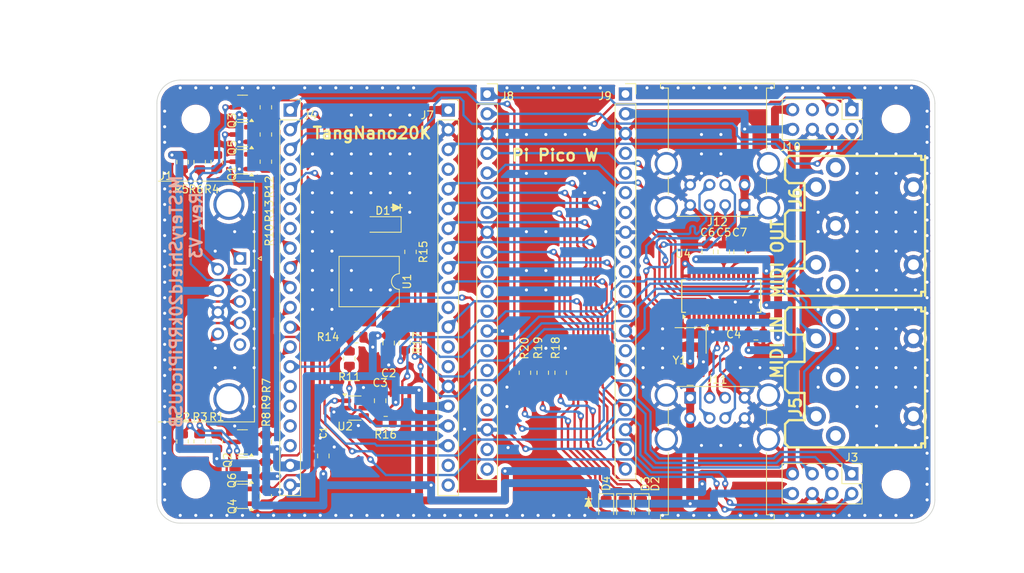
<source format=kicad_pcb>
(kicad_pcb (version 20241229) (generator "pcbnew") (generator_version "9.0")
  (title_block (title "MiSTeryShield20kRPiPicoUSB") (date "2025-01-30") (rev "V1") (company "Michał Späte") (comment 3 "(c) 2025 by Stefan Voss") (comment 4 "MiSTery Pi Pico WLAN Shield for Tang Nano 20K"))
  (layers (0 "F.Cu" signal) (2 "B.Cu" signal) (13 "F.Paste" user) (15 "B.Paste" user) (5 "F.SilkS" user "F.Silkscreen") (7 "B.SilkS" user "B.Silkscreen") (1 "F.Mask" user) (3 "B.Mask" user) (25 "Edge.Cuts" user))
  (net 0 "")
  (net 1 "/UP")
  (net 2 "/DOWN")
  (net 3 "/LEFT")
  (net 4 "/RIGHT")
  (net 5 "/BTN1")
  (net 6 "/BTN2")
  (net 8 "Net-(D1-K)")
  (net 9 "GND")
  (net 10 "+5V")
  (net 11 "Net-(D1-A)")
  (net 12 "P73")
  (net 13 "MIDI_RX")
  (net 14 "+3.3V")
  (net 15 "P74")
  (net 16 "/IO_BTN1")
  (net 17 "/IO_DOWN")
  (net 18 "/IO_UP")
  (net 19 "/IO_RIGHT")
  (net 20 "/IO_LEFT")
  (net 21 "/IO_BTN2")
  (net 22 "MIDI_TX")
  (net 23 "P77")
  (net 24 "P31")
  (net 25 "P49")
  (net 26 "/Pi_Pico_USB_Hub/PI_UART_RX")
  (net 34 "Net-(U2-Pad3)")
  (net 38 "Net-(U4-XI)")
  (net 39 "Net-(U4-XO)")
  (net 41 "Net-(D2-K)")
  (net 42 "Net-(D3-K)")
  (net 43 "Net-(D4-K)")
  (net 44 "/Pi_Pico_USB_Hub/UP_D+")
  (net 45 "/Pi_Pico_USB_Hub/MISO")
  (net 46 "/Pi_Pico_USB_Hub/PI_UART_TX")
  (net 47 "/Pi_Pico_USB_Hub/MOSI")
  (net 48 "/Pi_Pico_USB_Hub/UP_D-")
  (net 49 "/Pi_Pico_USB_Hub/IRQ")
  (net 50 "/Pi_Pico_USB_Hub/SCK")
  (net 51 "/Pi_Pico_USB_Hub/CSN")
  (net 52 "/Pi_Pico_USB_Hub/UART_TX")
  (net 53 "/Pi_Pico_USB_Hub/USB1_D+")
  (net 54 "/Pi_Pico_USB_Hub/USB2_D+")
  (net 55 "/Pi_Pico_USB_Hub/USB2_D-")
  (net 56 "/Pi_Pico_USB_Hub/USB1_D-")
  (net 57 "/Pi_Pico_USB_Hub/USB3_D+")
  (net 58 "/Pi_Pico_USB_Hub/USB4_D-")
  (net 59 "/Pi_Pico_USB_Hub/USB3_D-")
  (net 60 "/Pi_Pico_USB_Hub/USB4_D+")
  (net 65 "Net-(J6-Pad4)")
  (net 67 "Net-(J6-Pad5)")
  (net 68 "P75")
  (net 69 "/Pi_Pico_USB_Hub/RECONFGN")
  (net 71 "Net-(R16-Pad1)")
  (net 72 "Net-(R11-Pad1)")
  (net 73 "Net-(J5-Pad4)")
  (net 74 "/Pi_Pico_USB_Hub/3V3")
  (net 75 "Net-(D2-A)")
  (net 76 "Net-(D3-A)")
  (net 77 "Net-(D4-A)")
  (footprint "Resistor_SMD:R_0805_2012Metric" (layer "F.Cu") (at 96.632 74.4325 -90)
    (property "Reference" "R11")
    (property "Value" "220")
  )
  (footprint "Resistor_SMD:R_0805_2012Metric" (layer "F.Cu") (at 123.792 76.25 90)
    (property "Reference" "R18")
    (property "Value" "560")
  )
  (footprint "Resistor_SMD:R_0805_2012Metric" (layer "F.Cu") (at 85.892 92.15 -90)
    (property "Reference" "R8")
    (property "Value" "10k")
  )
  (footprint "Connector_PinSocket_2.54mm:PinSocket_1x20_P2.54mm_Vertical" (layer "F.Cu") (at 132.122 40.39)
    (property "Reference" "J9")
    (property "Value" "Conn_01x20_Pin")
  )
  (footprint "Capacitor_SMD:C_0805_2012Metric" (layer "F.Cu") (at 142.692 60.7 -90)
    (property "Reference" "C6")
    (property "Value" "100nF")
  )
  (footprint "Package_TO_SOT_SMD:SOT-23" (layer "F.Cu") (at 82.892 92.15 180)
    (property "Reference" "Q4")
    (property "Value" "2N7002")
  )
  (footprint "Resistor_SMD:R_0805_2012Metric" (layer "F.Cu") (at 104.492 60.7 90)
    (property "Reference" "R15")
    (property "Value" "220")
  )
  (footprint "Connector_PinHeader_2.54mm:PinHeader_2x04_P2.54mm_Vertical" (layer "F.Cu") (at 161.232 42.4 -90)
    (property "Reference" "J10")
    (property "Value" "Conn_02x04_Pin" (hide yes))
  )
  (footprint "MountingHole:MountingHole_3.2mm_M3" (layer "F.Cu") (at 166.892 90.6)
    (property "Reference" "H3" (hide yes))
    (property "Value" "MountingHole" (hide yes))
  )
  (footprint "Crystal:Crystal_SMD_3225-4Pin_3.2x2.5mm" (layer "F.Cu") (at 140.492 72.1 180)
    (property "Reference" "Y1")
    (property "Value" "Crystal_GND24")
  )
  (footprint "Resistor_SMD:R_0805_2012Metric" (layer "F.Cu") (at 85.9045 45.6 -90)
    (property "Reference" "R13")
    (property "Value" "10k")
  )
  (footprint "Capacitor_SMD:C_0805_2012Metric" (layer "F.Cu") (at 144.7595 60.7 -90)
    (property "Reference" "C5")
    (property "Value" "10uF")
  )
  (footprint "LED_SMD:LED_0805_2012Metric" (layer "F.Cu") (at 131.952 93.5 -90)
    (property "Reference" "D3")
    (property "Value" "green")
  )
  (footprint "Capacitor_SMD:C_0805_2012Metric" (layer "F.Cu") (at 146.792 60.7 -90)
    (property "Reference" "C7")
    (property "Value" "1uF")
  )
  (footprint "Resistor_SMD:R_0805_2012Metric" (layer "F.Cu") (at 97.532 71.67)
    (property "Reference" "R14")
    (property "Value" "10k")
  )
  (footprint "Resistor_SMD:R_0805_2012Metric" (layer "F.Cu") (at 85.892 88.65 -90)
    (property "Reference" "R9")
    (property "Value" "10k")
  )
  (footprint "Capacitor_SMD:C_0805_2012Metric" (layer "F.Cu") (at 101.682 72.42 90)
    (property "Reference" "C2")
    (property "Value" "100nF")
  )
  (footprint "LED_SMD:LED_0805_2012Metric" (layer "F.Cu") (at 134.192 93.5 -90)
    (property "Reference" "D2")
    (property "Value" "green")
  )
  (footprint "Connector_Dsub:DSUB-9_Male_Horizontal_P2.77x2.84mm_EdgePinOffset7.70mm_Housed_MountingHolesOffset9.12mm" (layer "F.Cu") (at 82.572331 61.55 -90)
    (property "Reference" "J1")
    (property "Value" "Joystick")
  )
  (footprint "Capacitor_SMD:C_0805_2012Metric" (layer "F.Cu") (at 93.292 86.95 -90)
    (property "Reference" "C1")
    (property "Value" "100nF")
  )
  (footprint "Connector_PinHeader_2.54mm:PinHeader_2x04_P2.54mm_Vertical" (layer "F.Cu") (at 161.212 89.25 -90)
    (property "Reference" "J3")
    (property "Value" "Conn_02x04_Pin")
  )
  (footprint "Resistor_SMD:R_0805_2012Metric" (layer "F.Cu") (at 85.9045 49.1 -90)
    (property "Reference" "R10")
    (property "Value" "10k")
  )
  (footprint "MountingHole:MountingHole_3.2mm_M3" (layer "F.Cu") (at 166.892 43.6)
    (property "Reference" "H2" (hide yes))
    (property "Value" "MountingHole" (hide yes))
  )
  (footprint "Connector_PinSocket_2.54mm:PinSocket_1x20_P2.54mm_Vertical" (layer "F.Cu") (at 89.022 42.45)
    (property "Reference" "J4")
    (property "Value" "Conn_01x20_Pin" (hide yes))
  )
  (footprint "Resistor_SMD:R_0805_2012Metric" (layer "F.Cu") (at 79.592 85.1 -90)
    (property "Reference" "R1")
    (property "Value" "10k")
  )
  (footprint "Package_DIP:SMDIP-6_W9.53mm" (layer "F.Cu") (at 99.182 64.52 -90)
    (property "Reference" "U1")
    (property "Value" "H11L1S")
  )
  (footprint "Resistor_SMD:R_0805_2012Metric" (layer "F.Cu") (at 85.892 85.15 -90)
    (property "Reference" "R7")
    (property "Value" "10k")
  )
  (footprint "Resistor_SMD:R_0805_2012Metric" (layer "F.Cu") (at 103.732 72.42 90)
    (property "Reference" "R17")
    (property "Value" "47")
  )
  (footprint "Package_TO_SOT_SMD:SOT-23" (layer "F.Cu") (at 82.892 88.65 180)
    (property "Reference" "Q6")
    (property "Value" "2N7002")
  )
  (footprint "MiSTeryShield20kRPiPico:DIN-5_180degree" (layer "F.Cu") (at 162.142 76.85 90)
    (property "Reference" "J5")
    (property "Value" "MIDI IN")
  )
  (footprint "Resistor_SMD:R_0805_2012Metric" (layer "F.Cu") (at 77.392 85.1 -90)
    (property "Reference" "R3")
    (property "Value" "10k")
  )
  (footprint "Package_TO_SOT_SMD:SOT-23" (layer "F.Cu") (at 82.892 85.15 180)
    (property "Reference" "Q2")
    (property "Value" "2N7002")
  )
  (footprint "Resistor_SMD:R_0805_2012Metric" (layer "F.Cu") (at 77.392 49.15 90)
    (property "Reference" "R6")
    (property "Value" "10k")
  )
  (footprint "Connector_PinSocket_2.54mm:PinSocket_1x20_P2.54mm_Vertical" (layer "F.Cu") (at 114.341 40.4)
    (property "Reference" "J8")
    (property "Value" "Conn_01x20_Pin")
  )
  (footprint "Resistor_SMD:R_0805_2012Metric" (layer "F.Cu") (at 119.202 76.25 90)
    (property "Reference" "R20")
    (property "Value" "560")
  )
  (footprint "Diode_SMD:D_SOD-123" (layer "F.Cu") (at 100.932 57.17 180)
    (property "Reference" "D1")
    (property "Value" "1N4148W")
  )
  (footprint "Package_TO_SOT_SMD:SOT-23" (layer "F.Cu") (at 82.9045 45.6 180)
    (property "Reference" "Q5")
    (property "Value" "2N7002")
  )
  (footprint "LED_SMD:LED_0805_2012Metric" (layer "F.Cu") (at 129.642 93.5 -90)
    (property "Reference" "D4")
    (property "Value" "green")
  )
  (footprint "Resistor_SMD:R_0805_2012Metric" (layer "F.Cu") (at 101.3045 82.6)
    (property "Reference" "R16")
    (property "Value" "47")
  )
  (footprint "Package_TO_SOT_SMD:SOT-23" (layer "F.Cu") (at 82.9045 49.1 180)
    (property "Reference" "Q1")
    (property "Value" "2N7002")
  )
  (footprint "Capacitor_SMD:C_0805_2012Metric" (layer "F.Cu") (at 148.892 71.3 180)
    (property "Reference" "C4")
    (property "Value" "1uF")
  )
  (footprint "Connector_PinSocket_2.54mm:PinSocket_1x20_P2.54mm_Vertical" (layer "F.Cu") (at 109.342 42.45)
    (property "Reference" "J7")
    (property "Value" "Conn_01x20_Pin")
  )
  (footprint "MiSTeryShield20kRPiPico:DIN-5_180degree" (layer "F.Cu") (at 162.142 57.35 90)
    (property "Reference" "J6")
    (property "Value" "MIDI OUT")
  )
  (footprint "MiSTeryShield20kRPiPico:USB_A_Wuerth_61400826021_Horizontal_Stacked" (layer "F.Cu") (at 147.442 54.68 180)
    (property "Reference" "J12")
    (property "Value" "USB_A_Stacked" (hide yes))
  )
  (footprint "Capacitor_SMD:C_0805_2012Metric" (layer "F.Cu") (at 100.592 79.85 -90)
    (property "Reference" "C3")
    (property "Value" "100nF")
  )
  (footprint "Package_TO_SOT_SMD:SOT-23" (layer "F.Cu") (at 82.9045 42.1 180)
    (property "Reference" "Q3")
    (property "Value" "2N7002")
  )
  (footprint "MountingHole:MountingHole_3.2mm_M3" (layer "F.Cu") (at 76.892 43.6)
    (property "Reference" "H1" (hide yes))
    (property "Value" "MountingHole" (hide yes))
  )
  (footprint "Resistor_SMD:R_0805_2012Metric" (layer "F.Cu") (at 75.192 49.15 90)
    (property "Reference" "R5")
    (property "Value" "10k")
  )
  (footprint "Resistor_SMD:R_0805_2012Metric" (layer "F.Cu") (at 75.192 85.1 -90)
    (property "Reference" "R2")
    (property "Value" "10k")
  )
  (footprint "Resistor_SMD:R_0805_2012Metric" (layer "F.Cu") (at 85.9045 42.1 -90)
    (property "Reference" "R12")
    (property "Value" "10k")
  )
  (footprint "Resistor_SMD:R_0805_2012Metric" (layer "F.Cu") (at 79.592 49.15 90)
    (property "Reference" "R4")
    (property "Value" "10k")
  )
  (footprint "MountingHole:MountingHole_3.2mm_M3" (layer "F.Cu") (at 76.892 90.6)
    (property "Reference" "H4" (hide yes))
    (property "Value" "MountingHole" (hide yes))
  )
  (footprint "Resistor_SMD:R_0805_2012Metric" (layer "F.Cu") (at 121.492 76.25 90)
    (property "Reference" "R19")
    (property "Value" "560")
  )
  (footprint "MiSTeryShield20kRPiPico:USB_A_Wuerth_61400826021_Horizontal_Stacked" (layer "F.Cu") (at 140.442 79.47)
    (property "Reference" "J11")
    (property "Value" "USB_A_Stacked" (hide yes))
  )
  (footprint "Package_SO:SSOP-28_3.9x9.9mm_P0.635mm" (layer "F.Cu") (at 144.442 66.4 90)
    (property "Reference" "U4")
    (property "Value" "CH334U")
  )
  (footprint "Package_TO_SOT_SMD:SOT-23-6" (layer "F.Cu") (at 97.342 80.8)
    (property "Reference" "U2")
    (property "Value" "74LVC2G14")
  )
  (gr_line (start 127.812 92.47) (end 126.972 92.47) (stroke (width 0.15)) (layer "F.SilkS"))
  (gr_poly (pts (xy 127.392 92.47) (xy 127.842 93.43) (xy 126.922 93.43)) (stroke (width 0.15)) (fill yes) (layer "F.SilkS"))
  (gr_line (start 103.422 55.01) (end 102.002 54.99) (stroke (width 0.15)) (layer "F.SilkS"))
  (gr_line (start 103.172 54.59) (end 103.172 55.01) (stroke (width 0.15)) (layer "F.SilkS"))
  (gr_line (start 127.392 92.22) (end 127.372 93.64) (stroke (width 0.15)) (layer "F.SilkS"))
  (gr_line (start 103.172 55.43) (end 103.172 54.59) (stroke (width 0.15)) (layer "F.SilkS"))
  (gr_line (start 126.972 92.47) (end 127.392 92.47) (stroke (width 0.15)) (layer "F.SilkS"))
  (gr_poly (pts (xy 103.172 55.01) (xy 102.212 55.46) (xy 102.212 54.54)) (stroke (width 0.15)) (fill yes) (layer "F.SilkS"))
  (gr_circle (center 142.662 70.22) (end 142.612 70.17) (stroke (width 0.15)) (fill no) (layer "F.SilkS"))
  (gr_arc (start 168.892 38.6) (mid 171.01332 39.47868) (end 171.892 41.6) (stroke (width 0.1)) (layer "Edge.Cuts"))
  (gr_line (start 168.892 38.6) (end 74.892 38.6) (stroke (width 0.1)) (layer "Edge.Cuts"))
  (gr_line (start 171.892 92.6) (end 171.892 41.6) (stroke (width 0.1)) (layer "Edge.Cuts"))
  (gr_line (start 74.892 95.6) (end 168.892 95.6) (stroke (width 0.1)) (layer "Edge.Cuts"))
  (gr_arc (start 74.892 95.6) (mid 72.77068 94.72132) (end 71.892 92.6) (stroke (width 0.1)) (layer "Edge.Cuts"))
  (gr_line (start 71.892 41.6) (end 71.892 92.6) (stroke (width 0.1)) (layer "Edge.Cuts"))
  (gr_arc (start 71.892 41.6) (mid 72.77068 39.47868) (end 74.892 38.6) (stroke (width 0.1)) (layer "Edge.Cuts"))
  (gr_arc (start 171.892 92.6) (mid 171.01332 94.72132) (end 168.892 95.6) (stroke (width 0.1)) (layer "Edge.Cuts"))
  (gr_text "TangNano20K" (at 91.742 46.3 0) (layer "F.SilkS") (effects (font (size 1.5 1.5) (thickness 0.3) (bold yes)) (justify left bottom)))
  (gr_text "Pi Pico W" (at 117.342 49.15 0) (layer "F.SilkS") (effects (font (size 1.5 1.5) (thickness 0.3) (bold yes)) (justify left bottom)))
  (gr_text "MiSTeryShield20kRPiPicoUSB\n" (at 75.242 67.1 90) (layer "B.SilkS") (effects (font (size 1.5 1.5) (thickness 0.3) (bold yes)) (justify bottom mirror)))
  (gr_text "Rev. V3" (at 77.832 57.3 90) (layer "B.SilkS") (effects (font (size 1.5 1.5) (thickness 0.3) (bold yes)) (justify bottom mirror)))
  (segment (start 81.967 49.1) (end 80.5545 49.1) (width 0.3) (layer "F.Cu") (net 1))
  (segment (start 78.442 57.419669) (end 78.442 51.2125) (width 0.3) (layer "F.Cu") (net 1))
  (segment (start 80.5545 49.1) (end 79.592 50.0625) (width 0.3) (layer "F.Cu") (net 1))
  (segment (start 78.442 51.2125) (end 79.592 50.0625) (width 0.3) (layer "F.Cu") (net 1))
  (segment (start 82.572331 61.55) (end 78.442 57.419669) (width 0.3) (layer "F.Cu") (net 1))
  (segment (start 75.192 50.55) (end 75.192 50.0625) (width 0.3) (layer "F.Cu") (net 2))
  (segment (start 81.967 42.1) (end 80.692 42.1) (width 0.3) (layer "F.Cu") (net 2))
  (segment (start 76.242 51.6) (end 75.192 50.55) (width 0.3) (layer "F.Cu") (net 2))
  (via (at 76.242 51.6) (size 0.8) (drill 0.4) (layers "F.Cu" "B.Cu") (net 2))
  (via (at 80.692 42.1) (size 0.8) (drill 0.4) (layers "F.Cu" "B.Cu") (net 2))
  (segment (start 79.892 49.2) (end 79.892 45.289339) (width 0.3) (layer "B.Cu") (net 2))
  (segment (start 76.988446 49.95) (end 79.142 49.95) (width 0.3) (layer "B.Cu") (net 2))
  (segment (start 76.242 50.696446) (end 76.988446 49.95) (width 0.3) (layer "B.Cu") (net 2))
  (segment (start 78.312 64.32) (end 82.572331 64.32) (width 0.3) (layer "B.Cu") (net 2))
  (segment (start 80.331339 44.85) (end 80.342 44.85) (width 0.3) (layer "B.Cu") (net 2))
  (segment (start 80.342 44.85) (end 80.692 44.5) (width 0.3) (layer "B.Cu") (net 2))
  (segment (start 76.242 51.6) (end 76.242 50.696446) (width 0.3) (layer "B.Cu") (net 2))
  (segment (start 79.892 45.289339) (end 80.331339 44.85) (width 0.3) (layer "B.Cu") (net 2))
  (segment (start 79.142 49.95) (end 79.892 49.2) (width 0.3) (layer "B.Cu") (net 2))
  (segment (start 80.692 44.5) (end 80.692 42.1) (width 0.3) (layer "B.Cu") (net 2))
  (segment (start 76.242 51.6) (end 76.242 62.25) (width 0.3) (layer "B.Cu") (net 2))
  (segment (start 76.242 62.25) (end 78.312 64.32) (width 0.3) (layer "B.Cu") (net 2))
  (segment (start 80.867 87.925) (end 80.867 91.0625) (width 0.3) (layer "F.Cu") (net 3))
  (segment (start 76.142 83.05) (end 76.142 69.4) (width 0.3) (layer "F.Cu") (net 3))
  (segment (start 76.142 83.05) (end 75.192 84) (width 0.3) (layer "F.Cu") (net 3))
  (segment (start 80.867 91.0625) (end 81.9545 92.15) (width 0.3) (layer "F.Cu") (net 3))
  (segment (start 81.192 87.6) (end 80.867 87.925) (width 0.3) (layer "F.Cu") (net 3))
  (segment (start 78.452 67.09) (end 82.572331 67.09) (width 0.3) (layer "F.Cu") (net 3))
  (segment (start 81.192 86.3) (end 81.192 87.6) (width 0.3) (layer "F.Cu") (net 3))
  (segment (start 76.142 69.4) (end 78.452 67.09) (width 0.3) (layer "F.Cu") (net 3))
  (via (at 76.142 83.05) (size 0.8) (drill 0.4) (layers "F.Cu" "B.Cu") (net 3))
  (via (at 81.192 86.3) (size 0.8) (drill 0.4) (layers "F.Cu" "B.Cu") (net 3))
  (segment (start 77.392 84.3) (end 76.142 83.05) (width 0.3) (layer "B.Cu") (net 3))
  (segment (start 81.192 86.3) (end 81.192 85.5) (width 0.3) (layer "B.Cu") (net 3))
  (segment (start 79.992 84.3) (end 77.392 84.3) (width 0.3) (layer "B.Cu") (net 3))
  (segment (start 81.192 85.5) (end 79.992 84.3) (width 0.3) (layer "B.Cu") (net 3))
  (segment (start 82.192003 87.649997) (end 81.9545 87.8875) (width 0.3) (layer "F.Cu") (net 4))
  (segment (start 78.732 69.86) (end 77.392 71.2) (width 0.3) (layer "F.Cu") (net 4))
  (segment (start 77.392 71.2) (end 77.392 83.05) (width 0.3) (layer "F.Cu") (net 4))
  (segment (start 81.9545 87.8875) (end 81.9545 88.65) (width 0.3) (layer "F.Cu") (net 4))
  (segment (start 77.392 83.05) (end 77.392 84.1875) (width 0.3) (layer "F.Cu") (net 4))
  (segment (start 82.572331 69.86) (end 78.732 69.86) (width 0.3) (layer "F.Cu") (net 4))
  (segment (start 82.192003 86.3) (end 82.192003 87.649997) (width 0.3) (layer "F.Cu") (net 4))
  (via (at 82.192003 86.3) (size 0.8) (drill 0.4) (layers "F.Cu" "B.Cu") (net 4))
  (via (at 77.392 83.05) (size 0.8) (drill 0.4) (layers "F.Cu" "B.Cu") (net 4))
  (segment (start 80.192 83.7) (end 82.192003 85.700003) (width 0.3) (layer "B.Cu") (net 4))
  (segment (start 78.042 83.7) (end 80.192 83.7) (width 0.3) (layer "B.Cu") (net 4))
  (segment (start 82.192003 85.700003) (end 82.192003 86.3) (width 0.3) (layer "B.Cu") (net 4))
  (segment (start 77.392 83.05) (end 78.042 83.7) (width 0.3) (layer "B.Cu") (net 4))
  (segment (start 81.967 45.6) (end 80.642 45.6) (width 0.3) (layer "F.Cu") (net 5))
  (segment (start 77.392 51.6) (end 77.392 50.0625) (width 0.3) (layer "F.Cu") (net 5))
  (via (at 77.392 51.6) (size 0.8) (drill 0.4) (layers "F.Cu" "B.Cu") (net 5))
  (via (at 80.642 45.6) (size 0.8) (drill 0.4) (layers "F.Cu" "B.Cu") (net 5))
  (segment (start 79.732331 62.935) (end 77.392 60.594669) (width 0.3) (layer "B.Cu") (net 5))
  (segment (start 80.642 45.6) (end 80.642 49.45) (width 0.3) (layer "B.Cu") (net 5))
  (segment (start 77.392 50.95) (end 77.392 51.6) (width 0.3) (layer "B.Cu") (net 5))
  (segment (start 80.642 49.45) (end 79.542 50.55) (width 0.3) (layer "B.Cu") (net 5))
  (segment (start 77.792 50.55) (end 77.392 50.95) (width 0.3) (layer "B.Cu") (net 5))
  (segment (start 77.392 60.594669) (end 77.392 51.6) (width 0.3) (layer "B.Cu") (net 5))
  (segment (start 79.542 50.55) (end 77.792 50.55) (width 0.3) (layer "B.Cu") (net 5))
  (segment (start 79.732331 71.245) (end 78.342 72.635331) (width 0.3) (layer "F.Cu") (net 6))
  (segment (start 81.9545 85.15) (end 80.5545 85.15) (width 0.3) (layer "F.Cu") (net 6))
  (segment (start 78.342 82.9375) (end 79.592 84.1875) (width 0.3) (layer "F.Cu") (net 6))
  (segment (start 80.5545 85.15) (end 79.592 84.1875) (width 0.3) (layer "F.Cu") (net 6))
  (segment (start 78.342 72.635331) (end 78.342 82.9375) (width 0.3) (layer "F.Cu") (net 6))
  (segment (start 101.722 59.755) (end 101.722 58.03) (width 0.3) (layer "F.Cu") (net 8))
  (segment (start 104.492 59.7875) (end 101.7545 59.7875) (width 0.3) (layer "F.Cu") (net 8))
  (segment (start 101.722 58.03) (end 102.582 57.17) (width 0.3) (layer "F.Cu") (net 8))
  (segment (start 111.522 83.58) (end 111.442 83.5) (width 0.25) (layer "F.Cu") (net 9))
  (segment (start 99.182 65.81) (end 99.392 65.6) (width 0.508) (layer "F.Cu") (net 9))
  (segment (start 117.032 85.88) (end 116.641 85.88) (width 0.25) (layer "F.Cu") (net 9))
  (segment (start 99.182 69.285) (end 99.182 65.81) (width 0.508) (layer "F.Cu") (net 9))
  (segment (start 140.3145 69.7275) (end 139.392 70.65) (width 0.3) (layer "F.Cu") (net 9))
  (segment (start 147.2995 68.2075) (end 146.242 67.15) (width 0.3) (layer "F.Cu") (net 9))
  (segment (start 96.2045 80.8) (end 95.142 80.8) (width 0.3) (layer "F.Cu") (net 9))
  (segment (start 94.492 86) (end 94.692 85.8) (width 0.3) (layer "F.Cu") (net 9))
  (segment (start 139.392 70.65) (end 139.392 71.25) (width 0.3) (layer "F.Cu") (net 9))
  (segment (start 93.292 86) (end 94.492 86) (width 0.3) (layer "F.Cu") (net 9))
  (segment (start 93.292 85.05) (end 92.892 84.65) (width 0.3) (layer "F.Cu") (net 9))
  (segment (start 116.641 85.88) (end 114.341 83.58) (width 0.25) (layer "F.Cu") (net 9))
  (segment (start 114.341 83.58) (end 111.522 83.58) (width 0.25) (layer "F.Cu") (net 9))
  (segment (start 140.3145 69) (end 140.3145 69.7275) (width 0.3) (layer "F.Cu") (net 9))
  (segment (start 147.2995 69) (end 147.2995 68.2075) (width 0.3) (layer "F.Cu") (net 9))
  (segment (start 93.292 86) (end 93.292 85.05) (width 0.3) (layer "F.Cu") (net 9))
  (segment (start 95.142 80.8) (end 94.642 81.3) (width 0.3) (layer "F.Cu") (net 9))
  (segment (start 101.682 75.24) (end 101.692 75.25) (width 0.3) (layer "F.Cu") (net 9))
  (segment (start 101.682 73.37) (end 101.682 75.24) (width 0.3) (layer "F.Cu") (net 9))
  (segment (start 140.3145 62.7225) (end 139.792 62.2) (width 0.3) (layer "F.Cu") (net 9))
  (segment (start 140.3145 63.8) (end 140.3145 62.7225) (width 0.3) (layer "F.Cu") (net 9))
  (via (at 170.892 88.6) (size 0.8) (drill 0.4) (layers "F.Cu" "B.Cu") (net 9))
  (via (at 74.892 94.6) (size 0.8) (drill 0.4) (layers "F.Cu" "B.Cu") (net 9))
  (via (at 161.892 50.6) (size 0.8) (drill 0.4) (layers "F.Cu" "B.Cu") (net 9))
  (via (at 164.392 75.6) (size 0.8) (drill 0.4) (layers "F.Cu" "B.Cu") (net 9))
  (via (at 166.892 55.6) (size 0.8) (drill 0.4) (layers "F.Cu" "B.Cu") (net 9))
  (via (at 91.892 55.6) (size 0.8) (drill 0.4) (layers "F.Cu" "B.Cu") (net 9))
  (via (at 166.892 58.1) (size 0.8) (drill 0.4) (layers "F.Cu" "B.Cu") (net 9))
  (via (at 164.392 60.6) (size 0.8) (drill 0.4) (layers "F.Cu" "B.Cu") (net 9))
  (via (at 82.892 39.6) (size 0.8) (drill 0.4) (layers "F.Cu" "B.Cu") (net 9))
  (via (at 84.892 39.6) (size 0.8) (drill 0.4) (layers "F.Cu" "B.Cu") (net 9))
  (via (at 72.892 92.6) (size 0.8) (drill 0.4) (layers "F.Cu" "B.Cu") (net 9))
  (via (at 72.892 82.6) (size 0.8) (drill 0.4) (layers "F.Cu" "B.Cu") (net 9))
  (via (at 166.892 78.1) (size 0.8) (drill 0.4) (layers "F.Cu" "B.Cu") (net 9))
  (via (at 72.892 84.6) (size 0.8) (drill 0.4) (layers "F.Cu" "B.Cu") (net 9))
  (via (at 99.392 43.1) (size 0.8) (drill 0.4) (layers "F.Cu" "B.Cu") (net 9))
  (via (at 156.892 65.6) (size 0.8) (drill 0.4) (layers "F.Cu" "B.Cu") (net 9))
  (via (at 99.392 50.6) (size 0.8) (drill 0.4) (layers "F.Cu" "B.Cu") (net 9))
  (via (at 164.392 53.1) (size 0.8) (drill 0.4) (layers "F.Cu" "B.Cu") (net 9))
  (via (at 136.892 75.6) (size 0.8) (drill 0.4) (layers "F.Cu" "B.Cu") (net 9))
  (via (at 161.892 63.1) (size 0.8) (drill 0.4) (layers "F.Cu" "B.Cu") (net 9))
  (via (at 141.892 45.6) (size 0.8) (drill 0.4) (layers "F.Cu" "B.Cu") (net 9))
  (via (at 144.392 50.6) (size 0.8) (drill 0.4) (layers "F.Cu" "B.Cu") (net 9))
  (via (at 72.892 50.6) (size 0.8) (drill 0.4) (layers "F.Cu" "B.Cu") (net 9))
  (via (at 134.892 39.6) (size 0.8) (drill 0.4) (layers "F.Cu" "B.Cu") (net 9))
  (via (at 168.892 94.6) (size 0.8) (drill 0.4) (layers "F.Cu" "B.Cu") (net 9))
  (via (at 160.892 39.6) (size 0.8) (drill 0.4) (layers "F.Cu" "B.Cu") (net 9))
  (via (at 72.892 52.6) (size 0.8) (drill 0.4) (layers "F.Cu" "B.Cu") (net 9))
  (via (at 161.892 58.1) (size 0.8) (drill 0.4) (layers "F.Cu" "B.Cu") (net 9))
  (via (at 170.892 68.6) (size 0.8) (drill 0.4) (layers "F.Cu" "B.Cu") (net 9))
  (via (at 91.892 60.6) (size 0.8) (drill 0.4) (layers "F.Cu" "B.Cu") (net 9))
  (via (at 94.892 94.6) (size 0.8) (drill 0.4) (layers "F.Cu" "B.Cu") (net 9))
  (via (at 72.892 70.6) (size 0.8) (drill 0.4) (layers "F.Cu" "B.Cu") (net 9))
  (via (at 168.892 39.6) (size 0.8) (drill 0.4) (layers "F.Cu" "B.Cu") (net 9))
  (via (at 116.892 45.6) (size 0.8) (drill 0.4) (layers "F.Cu" "B.Cu") (net 9))
  (via (at 148.892 39.6) (size 0.8) (drill 0.4) (layers "F.Cu" "B.Cu") (net 9))
  (via (at 94.392 53.1) (size 0.8) (drill 0.4) (layers "F.Cu" "B.Cu") (net 9))
  (via (at 104.392 48.1) (size 0.8) (drill 0.4) (layers "F.Cu" "B.Cu") (net 9))
  (via (at 84.392 58.1) (size 0.8) (drill 0.4) (layers "F.Cu" "B.Cu") (net 9))
  (via (at 72.892 54.6) (size 0.8) (drill 0.4) (layers "F.Cu" "B.Cu") (net 9))
  (via (at 91.892 53.1) (size 0.8) (drill 0.4) (layers "F.Cu" "B.Cu") (net 9))
  (via (at 72.892 60.6) (size 0.8) (drill 0.4) (layers "F.Cu" "B.Cu") (net 9))
  (via (at 119.392 58.1) (size 0.8) (drill 0.4) (layers "F.Cu" "B.Cu") (net 9))
  (via (at 169.392 58.1) (size 0.8) (drill 0.4) (layers "F.Cu" "B.Cu") (net 9))
  (via (at 166.892 48.1) (size 0.8) (drill 0.4) (layers "F.Cu" "B.Cu") (net 9))
  (via (at 76.892 39.6) (size 0.8) (drill 0.4) (layers "F.Cu" "B.Cu") (net 9))
  (via (at 144.892 39.6) (size 0.8) (drill 0.4) (layers "F.Cu" "B.Cu") (net 9))
  (via (at 161.892 55.6) (size 0.8) (drill 0.4) (layers "F.Cu" "B.Cu") (net 9))
  (via (at 164.392 68.1) (size 0.8) (drill 0.4) (layers "F.Cu" "B.Cu") (net 9))
  (via (at 144.392 48.1) (size 0.8) (drill 0.4) (layers "F.Cu" "B.Cu") (net 9))
  (via (at 94.392 48.1) (size 0.8) (drill 0.4) (layers "F.Cu" "B.Cu") (net 9))
  (via (at 112.892 94.6) (size 0.8) (drill 0.4) (layers "F.Cu" "B.Cu") (net 9))
  (via (at 72.892 64.6) (size 0.8) (drill 0.4) (layers "F.Cu" "B.Cu") (net 9))
  (via (at 121.892 58.1) (size 0.8) (drill 0.4) (layers "F.Cu" "B.Cu") (net 9))
  (via (at 80.892 94.6) (size 0.8) (drill 0.4) (layers "F.Cu" "B.Cu") (net 9))
  (via (at 104.892 39.6) (size 0.8) (drill 0.4) (layers "F.Cu" "B.Cu") (net 9))
  (via (at 156.892 68.1) (size 0.8) (drill 0.4) (layers "F.Cu" "B.Cu") (net 9))
  (via (at 139.792 62.2) (size 0.8) (drill 0.4) (layers "F.Cu" "B.Cu") (net 9))
  (via (at 121.892 50.6) (size 0.8) (drill 0.4) (layers "F.Cu" "B.Cu") (net 9))
  (via (at 96.892 55.6) (size 0.8) (drill 0.4) (layers "F.Cu" "B.Cu") (net 9))
  (via (at 101.892 53.1) (size 0.8) (drill 0.4) (layers "F.Cu" "B.Cu") (net 9))
  (via (at 166.892 50.6) (size 0.8) (drill 0.4) (layers "F.Cu" "B.Cu") (net 9))
  (via (at 140.892 39.6) (size 0.8) (drill 0.4) (layers "F.Cu" "B.Cu") (net 9))
  (via (at 118.892 94.6) (size 0.8) (drill 0.4) (layers "F.Cu" "B.Cu") (net 9))
  (via (at 164.392 65.6) (size 0.8) (drill 0.4) (layers "F.Cu" "B.Cu") (net 9))
  (via (at 156.892 78.1) (size 0.8) (drill 0.4) (layers "F.Cu" "B.Cu") (net 9))
  (via (at 78.892 39.6) (size 0.8) (drill 0.4) (layers "F.Cu" "B.Cu") (net 9))
  (via (at 92.892 84.65) (size 0.8) (drill 0.4) (layers "F.Cu" "B.Cu") (net 9))
  (via (at 116.892 80.6) (size 0.8) (drill 0.4) (layers "F.Cu" "B.Cu") (net 9))
  (via (at 104.392 53.1) (size 0.8) (drill 0.4) (layers "F.Cu" "B.Cu") (net 9))
  (via (at 119.392 63.1) (size 0.8) (drill 0.4) (layers "F.Cu" "B.Cu") (net 9))
  (via (at 156.892 39.6) (size 0.8) (drill 0.4) (layers "F.Cu" "B.Cu") (net 9))
  (via (at 164.392 80.6) (size 0.8) (drill 0.4) (layers "F.Cu" "B.Cu") (net 9))
  (via (at 164.392 50.6) (size 0.8) (drill 0.4) (layers "F.Cu" "B.Cu") (net 9))
  (via (at 98.892 94.6) (size 0.8) (drill 0.4) (layers "F.Cu" "B.Cu") (net 9))
  (via (at 90.892 39.6) (size 0.8) (drill 0.4) (layers "F.Cu" "B.Cu") (net 9))
  (via (at 72.892 42.6) (size 0.8) (drill 0.4) (layers "F.Cu" "B.Cu") (net 9))
  (via (at 164.392 55.6) (size 0.8) (drill 0.4) (layers "F.Cu" "B.Cu") (net 9))
  (via (at 164.892 39.6) (size 0.8) (drill 0.4) (layers "F.Cu" "B.Cu") (net 9))
  (via (at 94.642 81.3) (size 0.8) (drill 0.4) (layers "F.Cu" "B.Cu") (net 9))
  (via (at 161.892 65.6) (size 0.8) (drill 0.4) (layers "F.Cu" "B.Cu") (net 9))
  (via (at 129.392 53.1) (size 0.8) (drill 0.4) (layers "F.Cu" "B.Cu") (net 9))
  (via (at 164.392 83.1) (size 0.8) (drill 0.4) (layers "F.Cu" "B.Cu") (net 9))
  (via (at 158.892 39.6) (size 0.8) (drill 0.4) (layers "F.Cu" "B.Cu") (net 9))
  (via (at 96.892 65.6) (size 0.8) (drill 0.4) (layers "F.Cu" "B.Cu") (net 9))
  (via (at 84.392 63.1) (size 0.8) (drill 0.4) (layers "F.Cu" "B.Cu") (net 9))
  (via (at 162.892 39.6) (size 0.8) (drill 0.4) (layers "F.Cu" "B.Cu") (net 9))
  (via (at 114.892 94.6) (size 0.8) (drill 0.4) (layers "F.Cu" "B.Cu") (net 9))
  (via (at 160.892 94.6) (size 0.8) (drill 0.4) (layers "F.Cu" "B.Cu") (net 9))
  (via (at 86.892 39.6) (size 0.8) (drill 0.4) (layers "F.Cu" "B.Cu") (net 9))
  (via (at 142.142 74.85) (size 0.8) (drill 0.4) (layers "F.Cu" "B.Cu") (net 9))
  (via (at 72.892 88.6) (size 0.8) (drill 0.4) (layers "F.Cu" "B.Cu") (net 9))
  (via (at 164.392 78.1) (size 0.8) (drill 0.4) (layers "F.Cu" "B.Cu") (net 9))
  (via (at 124.392 73.1) (size 0.8) (drill 0.4) (layers "F.Cu" "B.Cu") (net 9))
  (via (at 134.392 78.1) (size 0.8) (drill 0.4) (layers "F.Cu" "B.Cu") (net 9))
  (via (at 96.892 43.1) (size 0.8) (drill 0.4) (layers "F.Cu" "B.Cu") (net 9))
  (via (at 170.892 44.6) (size 0.8) (drill 0.4) (layers "F.Cu" "B.Cu") (net 9))
  (via (at 142.892 39.6) (size 0.8) (drill 0.4) (layers "F.Cu" "B.Cu") (net 9))
  (via (at 150.892 39.6) (size 0.8) (drill 0.4) (layers "F.Cu" "B.Cu") (net 9))
  (via (at 166.892 68.1) (size 0.8) (drill 0.4) (layers "F.Cu" "B.Cu") (net 9))
  (via (at 126.892 45.6) (size 0.8) (drill 0.4) (layers "F.Cu" "B.Cu") (net 9))
  (via (at 169.392 75.6) (size 0.8) (drill 0.4) (layers "F.Cu" "B.Cu") (net 9))
  (via (at 164.392 85.6) (size 0.8) (drill 0.4) (layers "F.Cu" "B.Cu") (net 9))
  (via (at 74.892 39.6) (size 0.8) (drill 0.4) (layers "F.Cu" "B.Cu") (net 9))
  (via (at 146.892 94.6) (size 0.8) (drill 0.4) (layers "F.Cu" "B.Cu") (net 9))
  (via (at 169.392 65.6) (size 0.8) (drill 0.4) (layers "F.Cu" "B.Cu") (net 9))
  (via (at 124.892 39.6) (size 0.8) (drill 0.4) (layers "F.Cu" "B.Cu") (net 9))
  (via (at 79.392 73.1) (size 0.8) (drill 0.4) (layers "F.Cu" "B.Cu") (net 9))
  (via (at 170.892 48.6) (size 0.8) (drill 0.4) (layers "F.Cu" "B.Cu") (net 9))
  (via (at 170.892 58.6) (size 0.8) (drill 0.4) (layers "F.Cu" "B.Cu") (net 9))
  (via (at 161.892 78.1) (size 0.8) (drill 0.4) (layers "F.Cu" "B.Cu") (net 9))
  (via (at 100.892 39.6) (size 0.8) (drill 0.4) (layers "F.Cu" "B.Cu") (net 9))
  (via (at 161.892 75.6) (size 0.8) (drill 0.4) (layers "F.Cu" "B.Cu") (net 9))
  (via (at 146.242 67.15) (size 0.8) (drill 0.4) (layers "F.Cu" "B.Cu") (net 9))
  (via (at 148.892 94.6) (size 0.8) (drill 0.4) (layers "F.Cu" "B.Cu") (net 9))
  (via (at 161.892 70.6) (size 0.8) (drill 0.4) (layers "F.Cu" "B.Cu") (net 9))
  (via (at 72.892 72.6) (size 0.8) (drill 0.4) (layers "F.Cu" "B.Cu") (net 9))
  (via (at 170.892 92.6) (size 0.8) (drill 0.4) (layers "F.Cu" "B.Cu") (net 9))
  (via (at 79.392 75.6) (size 0.8) (drill 0.4) (layers "F.Cu" "B.Cu") (net 9))
  (via (at 136.892 39.6) (size 0.8) (drill 0.4) (layers "F.Cu" "B.Cu") (net 9))
  (via (at 126.892 53.1) (size 0.8) (drill 0.4) (layers "F.Cu" "B.Cu") (net 9))
  (via (at 126.892 50.6) (size 0.8) (drill 0.4) (layers "F.Cu" "B.Cu") (net 9))
  (via (at 78.892 94.6) (size 0.8) (drill 0.4) (layers "F.Cu" "B.Cu") (net 9))
  (via (at 120.892 94.6) (size 0.8) (drill 0.4) (layers "F.Cu" "B.Cu") (net 9))
  (via (at 96.892 48.1) (size 0.8) (drill 0.4) (layers "F.Cu" "B.Cu") (net 9))
  (via (at 96.892 53.1) (size 0.8) (drill 0.4) (layers "F.Cu" "B.Cu") (net 9))
  (via (at 154.892 94.6) (size 0.8) (drill 0.4) (layers "F.Cu" "B.Cu") (net 9))
  (via (at 97.792 83.05) (size 0.8) (drill 0.4) (layers "F.Cu" "B.Cu") (net 9))
  (via (at 166.892 60.6) (size 0.8) (drill 0.4) (layers "F.Cu" "B.Cu") (net 9))
  (via (at 84.392 65.6) (size 0.8) (drill 0.4) (layers "F.Cu" "B.Cu") (net 9))
  (via (at 124.892 94.6) (size 0.8) (drill 0.4) (layers "F.Cu" "B.Cu") (net 9))
  (via (at 169.392 68.1) (size 0.8) (drill 0.4) (layers "F.Cu" "B.Cu") (net 9))
  (via (at 170.892 84.6) (size 0.8) (drill 0.4) (layers "F.Cu" "B.Cu") (net 9))
  (via (at 149.392 75.6) (size 0.8) (drill 0.4) (layers "F.Cu" "B.Cu") (net 9))
  (via (at 102.892 94.6) (size 0.8) (drill 0.4) (layers "F.Cu" "B.Cu") (net 9))
  (via (at 94.892 39.6) (size 0.8) (drill 0.4) (layers "F.Cu" "B.Cu") (net 9))
  (via (at 72.892 58.6) (size 0.8) (drill 0.4) (layers "F.Cu" "B.Cu") (net 9))
  (via (at 166.892 94.6) (size 0.8) (drill 0.4) (layers "F.Cu" "B.Cu") (net 9))
  (via (at 98.442 78.15) (size 0.8) (drill 0.4) (layers "F.Cu" "B.Cu") (net 9))
  (via (at 169.392 78.1) (size 0.8) (drill 0.4) (layers "F.Cu" "B.Cu") (net 9))
  (via (at 101.892 48.1) (size 0.8) (drill 0.4) (layers "F.Cu" "B.Cu") (net 9))
  (via (at 142.892 94.6) (size 0.8) (drill 0.4) (layers "F.Cu" "B.Cu") (net 9))
  (via (at 170.892 86.6) (size 0.8) (drill 0.4) (layers "F.Cu" "B.Cu") (net 9))
  (via (at 72.892 62.6) (size 0.8) (drill 0.4) (layers "F.Cu" "B.Cu") (net 9))
  (via (at 156.892 55.6) (size 0.8) (drill 0.4) (layers "F.Cu" "B.Cu") (net 9))
  (via (at 121.892 65.6) (size 0.8) (drill 0.4) (layers "F.Cu" "B.Cu") (net 9))
  (via (at 134.392 75.6) (size 0.8) (drill 0.4) (layers "F.Cu" "B.Cu") (net 9))
  (via (at 170.892 54.6) (size 0.8) (drill 0.4) (layers "F.Cu" "B.Cu") (net 9))
  (via (at 96.892 50.6) (size 0.8) (drill 0.4) (layers "F.Cu" "B.Cu") (net 9))
  (via (at 138.892 39.6) (size 0.8) (drill 0.4) (layers "F.Cu" "B.Cu") (net 9))
  (via (at 92.892 94.6) (size 0.8) (drill 0.4) (layers "F.Cu" "B.Cu") (net 9))
  (via (at 154.892 39.6) (size 0.8) (drill 0.4) (layers "F.Cu" "B.Cu") (net 9))
  (via (at 72.892 68.6) (size 0.8) (drill 0.4) (layers "F.Cu" "B.Cu") (net 9))
  (via (at 121.892 63.1) (size 0.8) (drill 0.4) (layers "F.Cu" "B.Cu") (net 9))
  (via (at 90.892 94.6) (size 0.8) (drill 0.4) (layers "F.Cu" "B.Cu") (net 9))
  (via (at 94.392 63.1) (size 0.8) (drill 0.4) (layers "F.Cu" "B.Cu") (net 9))
  (via (at 166.892 39.6) (size 0.8) (drill 0.4) (layers "F.Cu" "B.Cu") (net 9))
  (via (at 170.892 90.6) (size 0.8) (drill 0.4) (layers "F.Cu" "B.Cu") (net 9))
  (via (at 91.892 68.1) (size 0.8) (drill 0.4) (layers "F.Cu" "B.Cu") (net 9))
  (via (at 84.392 80.6) (size 0.8) (drill 0.4) (layers "F.Cu" "B.Cu") (net 9))
  (via (at 84.392 53.1) (size 0.8) (drill 0.4) (layers "F.Cu" "B.Cu") (net 9))
  (via (at 144.392 85.6) (size 0.8) (drill 0.4) (layers "F.Cu" "B.Cu") (net 9))
  (via (at 96.892 63.1) (size 0.8) (drill 0.4) (layers "F.Cu" "B.Cu") (net 9))
  (via (at 166.892 70.6) (size 0.8) (drill 0.4) (layers "F.Cu" "B.Cu") (net 9))
  (via (at 94.392 50.6) (size 0.8) (drill 0.4) (layers "F.Cu" "B.Cu") (net 9))
  (via (at 81.892 83.1) (size 0.8) (drill 0.4) (layers "F.Cu" "B.Cu") (net 9))
  (via (at 72.892 74.6) (size 0.8) (drill 0.4) (layers "F.Cu" "B.Cu") (net 9))
  (via (at 91.892 58.1) (size 0.8) (drill 0.4) (layers "F.Cu" "B.Cu") (net 9))
  (via (at 124.392 45.6) (size 0.8) (drill 0.4) (layers "F.Cu" "B.Cu") (net 9))
  (via (at 101.692 75.25) (size 0.8) (drill 0.4) (layers "F.Cu" "B.Cu") (net 9))
  (via (at 84.892 94.6) (size 0.8) (drill 0.4) (layers "F.Cu" "B.Cu") (net 9))
  (via (at 84.392 60.6) (size 0.8) (drill 0.4) (layers "F.Cu" "B.Cu") (net 9))
  (via (at 100.892 94.6) (size 0.8) (drill 0.4) (layers "F.Cu" "B.Cu") (net 9))
  (via (at 159.392 73.1) (size 0.8) (drill 0.4) (layers "F.Cu" "B.Cu") (net 9))
  (via (at 79.392 60.6) (size 0.8) (drill 0.4) (layers "F.Cu" "B.Cu") (net 9))
  (via (at 72.892 90.6) (size 0.8) (drill 0.4) (layers "F.Cu" "B.Cu") (net 9))
  (via (at 136.892 94.6) (size 0.8) (drill 0.4) (layers "F.Cu" "B.Cu") (net 9))
  (via (at 91.892 65.6) (size 0.8) (drill 0.4) (layers "F.Cu" "B.Cu") (net 9))
  (via (at 156.892 75.6) (size 0.8) (drill 0.4) (layers "F.Cu" "B.Cu") (net 9))
  (via (at 122.892 94.6) (size 0.8) (drill 0.4) (layers "F.Cu" "B.Cu") (net 9))
  (via (at 94.692 85.8) (size 0.8) (drill 0.4) (layers "F.Cu" "B.Cu") (net 9))
  (via (at 170.892 78.6) (size 0.8) (drill 0.4) (layers "F.Cu" "B.Cu") (net 9))
  (via (at 106.892 94.6) (size 0.8) (drill 0.4) (layers "F.Cu" "B.Cu") (net 9))
  (via (at 170.892 60.6) (size 0.8) (drill 0.4) (layers "F.Cu" "B.Cu") (net 9))
  (via (at 72.892 56.6) (size 0.8) (drill 0.4) (layers "F.Cu" "B.Cu") (net 9))
  (via (at 148.242 67.15) (size 0.8) (drill 0.4) (layers "F.Cu" "B.Cu") (net 9))
  (via (at 119.392 45.6) (size 0.8) (drill 0.4) (layers "F.Cu" "B.Cu") (net 9))
  (via (at 94.392 68.1) (size 0.8) (drill 0.4) (layers "F.Cu" "B.Cu") (net 9))
  (via (at 84.392 55.6) (size 0.8) (drill 0.4) (layers "F.Cu" "B.Cu") (net 9))
  (via (at 169.392 55.6) (size 0.8) (drill 0.4) (layers "F.Cu" "B.Cu") (net 9))
  (via (at 84.392 75.6) (size 0.8) (drill 0.4) (layers "F.Cu" "B.Cu") (net 9))
  (via (at 143.342 71) (size 0.8) (drill 0.4) (layers "F.Cu" "B.Cu") (net 9))
  (via (at 158.892 94.6) (size 0.8) (drill 0.4) (layers "F.Cu" "B.Cu") (net 9))
  (via (at 161.892 85.6) (size 0.8) (drill 0.4) (layers "F.Cu" "B.Cu") (net 9))
  (via (at 84.392 68.1) (size 0.8) (drill 0.4) (layers "F.Cu" "B.Cu") (net 9))
  (via (at 141.892 50.6) (size 0.8) (drill 0.4) (layers "F.Cu" "B.Cu") (net 9))
  (via (at 116.892 94.6) (size 0.8) (drill 0.4) (layers "F.Cu" "B.Cu") (net 9))
  (via (at 72.892 76.6) (size 0.8) (drill 0.4) (layers "F.Cu" "B.Cu") (net 9))
  (via (at 166.892 73.1) (size 0.8) (drill 0.4) (layers "F.Cu" "B.Cu") (net 9))
  (via (at 110.892 94.6) (size 0.8) (drill 0.4) (layers "F.Cu" "B.Cu") (net 9))
  (via (at 99.392 65.6) (size 0.8) (drill 0.4) (layers "F.Cu" "B.Cu") (net 9))
  (via (at 76.892 94.6) (size 0.8) (drill 0.4) (layers "F.Cu" "B.Cu") (net 9))
  (via (at 120.892 39.6) (size 0.8) (drill 0.4) (layers "F.Cu" "B.Cu") (net 9))
  (via (at 141.892 85.6) (size 0.8) (drill 0.4) (layers "F.Cu" "B.Cu") (net 9))
  (via (at 108.892 94.6) (size 0.8) (drill 0.4) (layers "F.Cu" "B.Cu") (net 9))
  (via (at 140.892 94.6) (size 0.8) (drill 0.4) (layers "F.Cu" "B.Cu") (net 9))
  (via (at 138.892 94.6) (size 0.8) (drill 0.4) (layers "F.Cu" "B.Cu") (net 9))
  (via (at 81.892 58.1) (size 0.8) (drill 0.4) (layers "F.Cu" "B.Cu") (net 9))
  (via (at 91.892 63.1) (size 0.8) (drill 0.4) (layers "F.Cu" "B.Cu") (net 9))
  (via (at 170.892 76.6) (size 0.8) (drill 0.4) (layers "F.Cu" "B.Cu") (net 9))
  (via (at 169.392 48.1) (size 0.8) (drill 0.4) (layers "F.Cu" "B.Cu") (net 9))
  (via (at 99.392 48.1) (size 0.8) (drill 0.4) (layers "F.Cu" "B.Cu") (net 9))
  (via (at 126.892 94.6) (size 0.8) (drill 0.4) (layers "F.Cu" "B.Cu") (net 9))
  (via (at 118.892 39.6) (size 0.8) (drill 0.4) (layers "F.Cu" "B.Cu") (net 9))
  (via (at 72.892 78.6) (size 0.8) (drill 0.4) (layers "F.Cu" "B.Cu") (net 9))
  (via (at 161.892 60.6) (size 0.8) (drill 0.4) (layers "F.Cu" "B.Cu") (net 9))
  (via (at 72.892 86.6) (size 0.8) (drill 0.4) (layers "F.Cu" "B.Cu") (net 9))
  (via (at 121.892 73.1) (size 0.8) (drill 0.4) (layers "F.Cu" "B.Cu") (net 9))
  (via (at 170.892 66.6) (size 0.8) (drill 0.4) (layers "F.Cu" "B.Cu") (net 9))
  (via (at 88.892 94.6) (size 0.8) (drill 0.4) (layers "F.Cu" "B.Cu") (net 9))
  (via (at 72.892 66.6) (size 0.8) (drill 0.4) (layers "F.Cu" "B.Cu") (net 9))
  (via (at 101.892 50.6) (size 0.8) (drill 0.4) (layers "F.Cu" "B.Cu") (net 9))
  (via (at 119.392 65.6) (size 0.8) (drill 0.4) (layers "F.Cu" "B.Cu") (net 9))
  (via (at 72.892 80.6) (size 0.8) (drill 0.4) (layers "F.Cu" "B.Cu") (net 9))
  (via (at 166.892 75.6) (size 0.8) (drill 0.4) (layers "F.Cu" "B.Cu") (net 9))
  (via (at 101.892 43.1) (size 0.8) (drill 0.4) (layers "F.Cu" "B.Cu") (net 9))
  (via (at 104.392 50.6) (size 0.8) (drill 0.4) (layers "F.Cu" "B.Cu") (net 9))
  (via (at 134.392 73.1) (size 0.8) (drill 0.4) (layers "F.Cu" "B.Cu") (net 9))
  (via (at 94.392 58.1) (size 0.8) (drill 0.4) (layers "F.Cu" "B.Cu") (net 9))
  (via (at 86.892 94.6) (size 0.8) (drill 0.4) (layers "F.Cu" "B.Cu") (net 9))
  (via (at 170.892 74.6) (size 0.8) (drill 0.4) (layers "F.Cu" "B.Cu") (net 9))
  (via (at 121.892 45.6) (size 0.8) (drill 0.4) (layers "F.Cu" "B.Cu") (net 9))
  (via (at 164.392 58.1) (size 0.8) (drill 0.4) (layers "F.Cu" "B.Cu") (net 9))
  (via (at 164.392 70.6) (size 0.8) (drill 0.4) (layers "F.Cu" "B.Cu") (net 9))
  (via (at 156.892 58.1) (size 0.8) (drill 0.4) (layers "F.Cu" "B.Cu") (net 9))
  (via (at 102.892 39.6) (size 0.8) (drill 0.4) (layers "F.Cu" "B.Cu") (net 9))
  (via (at 170.892 46.6) (size 0.8) (drill 0.4) (layers "F.Cu" "B.Cu") (net 9))
  (via (at 96.892 39.6) (size 0.8) (drill 0.4) (layers "F.Cu" "B.Cu") (net 9))
  (via (at 94.392 70.6) (size 0.8) (drill 0.4) (layers "F.Cu" "B.Cu") (net 9))
  (via (at 94.392 65.6) (size 0.8) (drill 0.4) (layers "F.Cu" "B.Cu") (net 9))
  (via (at 91.892 48.1) (size 0.8) (drill 0.4) (layers "F.Cu" "B.Cu") (net 9))
  (via (at 96.892 94.6) (size 0.8) (drill 0.4) (layers "F.Cu" "B.Cu") (net 9))
  (via (at 84.392 70.6) (size 0.8) (drill 0.4) (layers "F.Cu" "B.Cu") (net 9))
  (via (at 161.892 73.1) (size 0.8) (drill 0.4) (layers "F.Cu" "B.Cu") (net 9))
  (via (at 166.892 65.6) (size 0.8) (drill 0.4) (layers "F.Cu" "B.Cu") (net 9))
  (via (at 152.892 39.6) (size 0.8) (drill 0.4) (layers "F.Cu" "B.Cu") (net 9))
  (via (at 136.892 70.6) (size 0.8) (drill 0.4) (layers "F.Cu" "B.Cu") (net 9))
  (via (at 72.892 46.6) (size 0.8) (drill 0.4) (layers "F.Cu" "B.Cu") (net 9))
  (via (at 169.392 85.6) (size 0.8) (drill 0.4) (layers "F.Cu" "B.Cu") (net 9))
  (via (at 122.892 39.6) (size 0.8) (drill 0.4) (layers "F.Cu" "B.Cu") (net 9))
  (via (at 81.892 75.6) (size 0.8) (drill 0.4) (layers "F.Cu" "B.Cu") (net 9))
  (via (at 170.892 42.6) (size 0.8) (drill 0.4) (layers "F.Cu" "B.Cu") (net 9))
  (via (at 84.392 73.1) (size 0.8) (drill 0.4) (layers "F.Cu" "B.Cu") (net 9))
  (via (at 161.892 53.1) (size 0.8) (drill 0.4) (layers "F.Cu" "B.Cu") (net 9))
  (via (at 146.892 39.6) (size 0.8) (drill 0.4) (layers "F.Cu" "B.Cu") (net 9))
  (via (at 170.892 56.6) (size 0.8) (drill 0.4) (layers "F.Cu" "B.Cu") (net 9))
  (via (at 152.892 94.6) (size 0.8) (drill 0.4) (layers "F.Cu" "B.Cu") (net 9))
  (via (at 116.892 39.6) (size 0.8) (drill 0.4) (layers "F.Cu" "B.Cu") (net 9))
  (via (at 166.892 85.6) (size 0.8) (drill 0.4) (layers "F.Cu" "B.Cu") (net 9))
  (via (at 141.892 48.1) (size 0.8) (drill 0.4) (layers "F.Cu" "B.Cu") (net 9))
  (via (at 170.892 64.6) (size 0.8) (drill 0.4) (layers "F.Cu" "B.Cu") (net 9))
  (via (at 92.892 39.6) (size 0.8) (drill 0.4) (layers "F.Cu" "B.Cu") (net 9))
  (via (at 94.392 78.1) (size 0.8) (drill 0.4) (layers "F.Cu" "B.Cu") (net 9))
  (via (at 161.892 80.6) (size 0.8) (drill 0.4) (layers "F.Cu" "B.Cu") (net 9))
  (via (at 136.892 73.1) (size 0.8) (drill 0.4) (layers "F.Cu" "B.Cu") (net 9))
  (via (at 146.892 75.6) (size 0.8) (drill 0.4) (layers "F.Cu" "B.Cu") (net 9))
  (via (at 116.322 70.88) (size 0.8) (drill 0.4) (layers "F.Cu" "B.Cu") (net 9))
  (via (at 164.392 73.1) (size 0.8) (drill 0.4) (layers "F.Cu" "B.Cu") (net 9))
  (via (at 144.392 45.6) (size 0.8) (drill 0.4) (layers "F.Cu" "B.Cu") (net 9))
  (via (at 119.392 50.6) (size 0.8) (drill 0.4) (layers "F.Cu" "B.Cu") (net 9))
  (via (at 128.892 39.6) (size 0.8) (drill 0.4) (layers "F.Cu" "B.Cu") (net 9))
  (via (at 150.892 94.6) (size 0.8) (drill 0.4) (layers "F.Cu" "B.Cu") (net 9))
  (via (at 126.892 39.6) (size 0.8) (drill 0.4) (layers "F.Cu" "B.Cu") (net 9))
  (via (at 164.392 63.1) (size 0.8) (drill 0.4) (layers "F.Cu" "B.Cu") (net 9))
  (via (at 117.032 85.88) (size 0.8) (drill 0.4) (layers "F.Cu" "B.Cu") (net 9))
  (via (at 146.892 85.6) (size 0.8) (drill 0.4) (layers "F.Cu" "B.Cu") (net 9))
  (via (at 161.892 48.1) (size 0.8) (drill 0.4) (layers "F.Cu" "B.Cu") (net 9))
  (via (at 98.892 39.6) (size 0.8) (drill 0.4) (layers "F.Cu" "B.Cu") (net 9))
  (via (at 111.442 83.5) (size 0.8) (drill 0.4) (layers "F.Cu" "B.Cu") (net 9))
  (via (at 94.392 55.6) (size 0.8) (drill 0.4) (layers "F.Cu" "B.Cu") (net 9))
  (via (at 94.392 60.6) (size 0.8) (drill 0.4) (layers "F.Cu" "B.Cu") (net 9))
  (via (at 82.892 94.6) (size 0.8) (drill 0.4) (layers "F.Cu" "B.Cu") (net 9))
  (via (at 104.392 43.1) (size 0.8) (drill 0.4) (layers "F.Cu" "B.Cu") (net 9))
  (via (at 104.892 94.6) (size 0.8) (drill 0.4) (layers "F.Cu" "B.Cu") (net 9))
  (via (at 161.892 68.1) (size 0.8) (drill 0.4) (layers "F.Cu" "B.Cu") (net 9))
  (via (at 164.892 94.6) (size 0.8) (drill 0.4) (layers "F.Cu" "B.Cu") (net 9))
  (via (at 104.392 55.6) (size 0.8) (drill 0.4) (layers "F.Cu" "B.Cu") (net 9))
  (via (at 162.892 94.6) (size 0.8) (drill 0.4) (layers "F.Cu" "B.Cu") (net 9))
  (via (at 72.892 44.6) (size 0.8) (drill 0.4) (layers "F.Cu" "B.Cu") (net 9))
  (via (at 164.392 48.1) (size 0.8) (drill 0.4) (layers "F.Cu" "B.Cu") (net 9))
  (via (at 156.892 94.6) (size 0.8) (drill 0.4) (layers "F.Cu" "B.Cu") (net 9))
  (via (at 170.892 50.6) (size 0.8) (drill 0.4) (layers "F.Cu" "B.Cu") (net 9))
  (via (at 116.892 78.1) (size 0.8) (drill 0.4) (layers "F.Cu" "B.Cu") (net 9))
  (via (at 99.392 53.1) (size 0.8) (drill 0.4) (layers "F.Cu" "B.Cu") (net 9))
  (via (at 101.892 65.6) (size 0.8) (drill 0.4) (layers "F.Cu" "B.Cu") (net 9))
  (via (at 80.892 39.6) (size 0.8) (drill 0.4) (layers "F.Cu" "B.Cu") (net 9))
  (segment (start 111.522 83.58) (end 114.342 83.58) (width 0.3) (layer "B.Cu") (net 9))
  (segment (start 114.342 70.88) (end 116.322 70.88) (width 0.3) (layer "B.Cu") (net 9))
  (segment (start 111.442 83.5) (end 111.522 83.58) (width 0.3) (layer "B.Cu") (net 9))
  (segment (start 147.442 52.06) (end 147.442 54.68) (width 1.016) (layer "F.Cu") (net 10))
  (segment (start 75.192 48.2375) (end 73.8295 48.2375) (width 1.016) (layer "F.Cu") (net 10))
  (segment (start 145.3945 63.8) (end 145.3945 63.0475) (width 0.3) (layer "F.Cu") (net 10))
  (segment (start 140.442 79.47) (end 140.442 74.75) (width 1.016) (layer "F.Cu") (net 10))
  (segment (start 147.442 52.06) (end 147.442 44.9) (width 1.016) (layer "F.Cu") (net 10))
  (segment (start 151.592 61.65) (end 148.642 61.65) (width 1.016) (layer "F.Cu") (net 10))
  (segment (start 79.592 48.2375) (end 73.8295 48.2375) (width 1.016) (layer "F.Cu") (net 10))
  (segment (start 79.592 86.0125) (end 79.592 87.3) (width 1.016) (layer "F.Cu") (net 10))
  (segment (start 146.792 61.65) (end 148.642 61.65) (width 0.3) (layer "F.Cu") (net 10))
  (segment (start 151.742 58) (end 147.442 58) (width 1.016) (layer "F.Cu") (net 10))
  (segment (start 93.292 87.9) (end 93.292 89.25) (width 0.3) (layer "F.Cu") (net 10))
  (segment (start 107.142 42.45) (end 109.342 42.45) (width 1.016) (layer "F.Cu") (net 10))
  (segment (start 145.3945 63.0475) (end 146.792 61.65) (width 0.3) (layer "F.Cu") (net 10))
  (segment (start 151.742 61.5) (end 151.742 58) (width 1.016) (layer "F.Cu") (net 10))
  (segment (start 147.442 58) (end 147.442 54.68) (width 1.016) (layer "F.Cu") (net 10))
  (segment (start 151.742 71.7) (end 151.742 61.5) (width 1.016) (layer "F.Cu") (net 10))
  (segment (start 107.142 90.72) (end 107.142 42.45) (width 1.016) (layer "F.Cu") (net 10))
  (segment (start 140.442 79.47) (end 140.442 93.1) (width 1.016) (layer "F.Cu") (net 10))
  (segment (start 75.192 86.0125) (end 79.592 86.0125) (width 1.016) (layer "F.Cu") (net 10))
  (via (at 79.592 87.3) (size 0.8) (drill 0.4) (layers "F.Cu" "B.Cu") (net 10))
  (via (at 147.442 44.9) (size 0.8) (drill 0.4) (layers "F.Cu" "B.Cu") (net 10))
  (via (at 151.742 71.7) (size 0.8) (drill 0.4) (layers "F.Cu" "B.Cu") (net 10))
  (via (at 93.292 89.25) (size 0.8) (drill 0.4) (layers "F.Cu" "B.Cu") (net 10))
  (via (at 140.442 74.75) (size 0.8) (drill 0.4) (layers "F.Cu" "B.Cu") (net 10))
  (via (at 107.142 90.72) (size 0.8) (drill 0.4) (layers "F.Cu" "B.Cu") (net 10))
  (via (at 73.8295 48.2375) (size 0.8) (drill 0.4) (layers "F.Cu" "B.Cu") (net 10))
  (via (at 140.442 93.1) (size 0.8) (drill 0.4) (layers "F.Cu" "B.Cu") (net 10))
  (segment (start 74.792 65.705) (end 74.792 48.2375) (width 1.016) (layer "B.Cu") (net 10))
  (segment (start 143.492 91.83) (end 143.532 91.79) (width 1.016) (layer "B.Cu") (net 10))
  (segment (start 107.142 90.72) (end 107.142 92.68) (width 1.016) (layer "B.Cu") (net 10))
  (segment (start 116.632 92.66) (end 116.652 92.68) (width 1.016) (layer "B.Cu") (net 10))
  (segment (start 147.442 44.94) (end 153.612 44.94) (width 1.016) (layer "B.Cu") (net 10))
  (segment (start 79.592 86.05) (end 74.792 86.05) (width 1.016) (layer "B.Cu") (net 10))
  (segment (start 143.532 91.79) (end 153.592 91.79) (width 1.016) (layer "B.Cu") (net 10))
  (segment (start 93.302 90.72) (end 107.142 90.72) (width 1.016) (layer "B.Cu") (net 10))
  (segment (start 147.442 44.94) (end 147.442 42.95) (width 1.016) (layer "B.Cu") (net 10))
  (segment (start 79.592 87.7) (end 79.792 87.9) (width 1.016) (layer "B.Cu") (net 10))
  (segment (start 147.442 42.95) (end 147.432 42.94) (width 1.016) (layer "B.Cu") (net 10))
  (segment (start 140.442 69.8) (end 151.742 69.8) (width 1.016) (layer "B.Cu") (net 10))
  (segment (start 107.142 92.68) (end 116.652 92.68) (width 1.016) (layer "B.Cu") (net 10))
  (segment (start 84.592 93.33) (end 93.292 93.33) (width 1.016) (layer "B.Cu") (net 10))
  (segment (start 79.592 87.3) (end 79.592 86.05) (width 1.016) (layer "B.Cu") (net 10))
  (segment (start 74.792 65.705) (end 79.732331 65.705) (width 1.016) (layer "B.Cu") (net 10))
  (segment (start 84.592 87.9) (end 84.592 93.33) (width 1.016) (layer "B.Cu") (net 10))
  (segment (start 143.492 93.1) (end 143.492 91.83) (width 1.016) (layer "B.Cu") (net 10))
  (segment (start 79.592 87.3) (end 79.592 87.7) (width 1.016) (layer "B.Cu") (net 10))
  (segment (start 116.632 90.45) (end 128.242 90.45) (width 1.016) (layer "B.Cu") (net 10))
  (segment (start 140.442 74.75) (end 140.442 69.8) (width 1.016) (layer "B.Cu") (net 10))
  (segment (start 93.292 93.33) (end 93.292 89.25) (width 1.016) (layer "B.Cu") (net 10))
  (segment (start 128.242 90.45) (end 128.242 93.1) (width 1.016) (layer "B.Cu") (net 10))
  (segment (start 151.742 69.8) (end 151.742 71.7) (width 1.016) (layer "B.Cu") (net 10))
  (segment (start 79.792 87.9) (end 84.592 87.9) (width 1.016) (layer "B.Cu") (net 10))
  (segment (start 128.242 93.1) (end 140.442 93.1) (width 1.016) (layer "B.Cu") (net 10))
  (segment (start 74.792 86.05) (end 74.792 65.705) (width 1.016) (layer "B.Cu") (net 10))
  (segment (start 74.792 48.2375) (end 73.8295 48.2375) (width 1.016) (layer "B.Cu") (net 10))
  (segment (start 116.632 90.45) (end 116.632 92.66) (width 1.016) (layer "B.Cu") (net 10))
  (segment (start 140.442 93.1) (end 143.492 93.1) (width 1.016) (layer "B.Cu") (net 10))
  (segment (start 147.432 42.94) (end 132.122 42.94) (width 1.016) (layer "B.Cu") (net 10))
  (segment (start 105.092 64.8) (end 103.042 62.75) (width 0.3) (layer "F.Cu") (net 11))
  (segment (start 105.092 74.13) (end 105.092 64.8) (width 0.3) (layer "F.Cu") (net 11))
  (segment (start 99.182 59.755) (end 99.182 57.27) (width 0.3) (layer "F.Cu") (net 11))
  (segment (start 99.182 61.84) (end 99.182 59.755) (width 0.3) (layer "F.Cu") (net 11))
  (segment (start 103.042 62.75) (end 100.092 62.75) (width 0.3) (layer "F.Cu") (net 11))
  (segment (start 105.042 74.18) (end 105.092 74.13) (width 0.3) (layer "F.Cu") (net 11))
  (segment (start 100.092 62.75) (end 99.182 61.84) (width 0.3) (layer "F.Cu") (net 11))
  (via (at 105.042 74.18) (size 0.8) (drill 0.4) (layers "F.Cu" "B.Cu") (net 11))
  (segment (start 155.092 76.1) (end 155.092 80.3) (width 0.3) (layer "B.Cu") (net 11))
  (segment (start 155.092 80.3) (end 156.642 81.85) (width 0.3) (layer "B.Cu") (net 11))
  (segment (start 133.742 68.9) (end 133.742 67.7) (width 0.3) (layer "B.Cu") (net 11))
  (segment (start 105.042 74.18) (end 105.842 74.18) (width 0.3) (layer "B.Cu") (net 11))
  (segment (start 155.342 67.15) (end 155.342 68) (width 0.3) (layer "B.Cu") (net 11))
  (segment (start 130.492 69.9) (end 130.792 69.6) (width 0.3) (layer "B.Cu") (net 11))
  (segment (start 105.842 74.18) (end 108.392 76.73) (width 0.3) (layer "B.Cu") (net 11))
  (segment (start 111.332 76.73) (end 113.382 74.68) (width 0.3) (layer "B.Cu") (net 11))
  (segment (start 116.562 74.68) (end 121.342 69.9) (width 0.3) (layer "B.Cu") (net 11))
  (segment (start 158.582 72.61) (end 155.092 76.1) (width 0.3) (layer "B.Cu") (net 11))
  (segment (start 135.992 65.45) (end 153.642 65.45) (width 0.3) (layer "B.Cu") (net 11))
  (segment (start 133.042 69.6) (end 133.742 68.9) (width 0.3) (layer "B.Cu") (net 11))
  (segment (start 113.382 74.68) (end 116.562 74.68) (width 0.3) (layer "B.Cu") (net 11))
  (segment (start 133.742 67.7) (end 135.992 65.45) (width 0.3) (layer "B.Cu") (net 11))
  (segment (start 108.392 76.73) (end 111.332 76.73) (width 0.3) (layer "B.Cu") (net 11))
  (segment (start 158.582 71.24) (end 158.582 72.61) (width 0.3) (layer "B.Cu") (net 11))
  (segment (start 155.342 68) (end 158.582 71.24) (width 0.3) (layer "B.Cu") (net 11))
  (segment (start 121.342 69.9) (end 130.492 69.9) (width 0.3) (layer "B.Cu") (net 11))
  (segment (start 130.792 69.6) (end 133.042 69.6) (width 0.3) (layer "B.Cu") (net 11))
  (segment (start 153.642 65.45) (end 155.342 67.15) (width 0.3) (layer "B.Cu") (net 11))
  (segment (start 117.842 82.45) (end 117.842 42.55) (width 0.3) (layer "F.Cu") (net 12))
  (segment (start 118.842 83.45) (end 117.842 82.45) (width 0.3) (layer "F.Cu") (net 12))
  (segment (start 117.842 42.55) (end 116.942 41.65) (width 0.3) (layer "F.Cu") (net 12))
  (via (at 116.942 41.65) (size 0.8) (drill 0.4) (layers "F.Cu" "B.Cu") (net 12))
  (via (at 118.842 83.45) (size 0.8) (drill 0.4) (layers "F.Cu" "B.Cu") (net 12))
  (segment (start 108.032 40.16) (end 111.752 40.16) (width 0.3) (layer "B.Cu") (net 12))
  (segment (start 90.522 40.95) (end 107.242 40.95) (width 0.3) (layer "B.Cu") (net 12))
  (segment (start 129.342 82.3) (end 129.342 78.5) (width 0.3) (layer "B.Cu") (net 12))
  (segment (start 136.467 87.275) (end 151.167 87.275) (width 0.3) (layer "B.Cu") (net 12))
  (segment (start 133.592 79.55) (end 135.342 81.3) (width 0.3) (layer "B.Cu") (net 12))
  (segment (start 133.042 77.25) (end 133.592 77.8) (width 0.3) (layer "B.Cu") (net 12))
  (segment (start 118.842 83.45) (end 128.192 83.45) (width 0.3) (layer "B.Cu") (net 12))
  (segment (start 89.022 42.45) (end 90.522 40.95) (width 0.3) (layer "B.Cu") (net 12))
  (segment (start 129.342 78.5) (end 130.592 77.25) (width 0.3) (layer "B.Cu") (net 12))
  (segment (start 133.592 77.8) (end 133.592 79.55) (width 0.3) (layer "B.Cu") (net 12))
  (segment (start 135.342 86.15) (end 136.467 87.275) (width 0.3) (layer "B.Cu") (net 12))
  (segment (start 151.167 87.275) (end 151.992 86.45) (width 0.3) (layer "B.Cu") (net 12))
  (segment (start 111.752 40.16) (end 113.242 41.65) (width 0.3) (layer "B.Cu") (net 12))
  (segment (start 135.342 81.3) (end 135.342 86.15) (width 0.3) (layer "B.Cu") (net 12))
  (segment (start 128.192 83.45) (end 129.342 82.3) (width 0.3) (layer "B.Cu") (net 12))
  (segment (start 107.242 40.95) (end 108.032 40.16) (width 0.3) (layer "B.Cu") (net 12))
  (segment (start 158.412 86.45) (end 161.212 89.25) (width 0.3) (layer "B.Cu") (net 12))
  (segment (start 113.242 41.65) (end 116.942 41.65) (width 0.3) (layer "B.Cu") (net 12))
  (segment (start 151.992 86.45) (end 158.412 86.45) (width 0.3) (layer "B.Cu") (net 12))
  (segment (start 130.592 77.25) (end 133.042 77.25) (width 0.3) (layer "B.Cu") (net 12))
  (segment (start 96.632 75.345) (end 96.632 78.25) (width 0.3) (layer "F.Cu") (net 13))
  (via (at 96.632 78.25) (size 0.8) (drill 0.4) (layers "F.Cu" "B.Cu") (net 13))
  (segment (start 96.632 78.25) (end 96.632 80.59) (width 0.3) (layer "B.Cu") (net 13))
  (segment (start 109.342 83.09) (end 100.042 83.09) (width 0.3) (layer "B.Cu") (net 13))
  (segment (start 96.632 80.59) (end 97.092 81.05) (width 0.3) (layer "B.Cu") (net 13))
  (segment (start 100.042 83.09) (end 98.002 81.05) (width 0.3) (layer "B.Cu") (net 13))
  (segment (start 97.092 81.05) (end 98.002 81.05) (width 0.3) (layer "B.Cu") (net 13))
  (segment (start 83.842 43.05) (end 85.867 43.05) (width 0.3) (layer "F.Cu") (net 14))
  (segment (start 83.842 50.05) (end 85.867 50.05) (width 0.3) (layer "F.Cu") (net 14))
  (segment (start 85.892 89.5625) (end 87.3795 89.5625) (width 0.3) (layer "F.Cu") (net 14))
  (segment (start 83.842 43.05) (end 82.492 43.05) (width 0.3) (layer "F.Cu") (net 14))
  (segment (start 116.642 88.9) (end 116.642 92.68) (width 1.016) (layer "F.Cu") (net 14))
  (segment (start 153.492 73.35) (end 153.492 89.15) (width 1.016) (layer "F.Cu") (net 14))
  (segment (start 153.492 46.95) (end 153.492 58.65) (width 1.016) (layer "F.Cu") (net 14))
  (segment (start 100.592 80.8) (end 98.4795 80.8) (width 0.3) (layer "F.Cu") (net 14))
  (segment (start 153.492 58.65) (end 153.492 73.35) (width 1.016) (layer "F.Cu") (net 14))
  (segment (start 141.992 89.25) (end 141.992 90.55) (width 1.016) (layer "F.Cu") (net 14))
  (segment (start 83.842 50.05) (end 82.492 50.05) (width 0.3) (layer "F.Cu") (net 14))
  (segment (start 101.722 69.285) (end 101.722 71.43) (width 0.3) (layer "F.Cu") (net 14))
  (segment (start 105.592 92.65) (end 105.592 78.49) (width 1.016) (layer "F.Cu") (net 14))
  (segment (start 151.342 42.4) (end 151.342 46.95) (width 1.016) (layer "F.Cu") (net 14))
  (segment (start 83.842 46.55) (end 82.492 46.55) (width 0.3) (layer "F.Cu") (net 14))
  (segment (start 83.8295 86.1) (end 85.8545 86.1) (width 0.3) (layer "F.Cu") (net 14))
  (segment (start 83.8295 93.1) (end 85.8545 93.1) (width 0.3) (layer "F.Cu") (net 14))
  (segment (start 100.292 71.47) (end 101.682 71.47) (width 0.3) (layer "F.Cu") (net 14))
  (segment (start 83.8295 89.6) (end 85.8545 89.6) (width 0.3) (layer "F.Cu") (net 14))
  (segment (start 153.612 42.4) (end 151.342 42.4) (width 1.016) (layer "F.Cu") (net 14))
  (segment (start 103.732 71.5075) (end 101.7195 71.5075) (width 0.3) (layer "F.Cu") (net 14))
  (segment (start 87.342 86.0625) (end 85.892 86.0625) (width 0.3) (layer "F.Cu") (net 14))
  (segment (start 101.842 80.8) (end 100.592 80.8) (width 0.3) (layer "F.Cu") (net 14))
  (segment (start 151.342 46.95) (end 153.492 46.95) (width 1.016) (layer "F.Cu") (net 14))
  (segment (start 83.842 46.55) (end 85.867 46.55) (width 0.3) (layer "F.Cu") (net 14))
  (segment (start 98.4445 71.7525) (end 99.642 72.95) (width 0.3) (layer "F.Cu") (net 14))
  (segment (start 116.642 92.68) (end 105.622 92.68) (width 1.016) (layer "F.Cu") (net 14))
  (segment (start 105.622 92.68) (end 105.592 92.65) (width 1.016) (layer "F.Cu") (net 14))
  (segment (start 87.692 91.6) (end 86.2295 93.0625) (width 0.3) (layer "F.Cu") (net 14))
  (segment (start 102.592 80.05) (end 101.842 80.8) (width 0.3) (layer "F.Cu") (net 14))
  (segment (start 153.592 89.25) (end 141.992 89.25) (width 1.016) (layer "F.Cu") (net 14))
  (via (at 82.492 43.05) (size 0.8) (drill 0.4) (layers "F.Cu" "B.Cu") (net 14))
  (via (at 116.642 88.9) (size 0.8) (drill 0.4) (layers "F.Cu" "B.Cu") (net 14))
  (via (at 141.992 90.55) (size 0.8) (drill 0.4) (layers "F.Cu" "B.Cu") (net 14))
  (via (at 102.592 80.05) (size 0.8) (drill 0.4) (layers "F.Cu" "B.Cu") (net 14))
  (via (at 82.492 50.05) (size 0.8) (drill 0.4) (layers "F.Cu" "B.Cu") (net 14))
  (via (at 99.642 72.95) (size 0.8) (drill 0.4) (layers "F.Cu" "B.Cu") (net 14))
  (via (at 87.3795 89.5625) (size 0.8) (drill 0.4) (layers "F.Cu" "B.Cu") (net 14))
  (via (at 105.592 78.49) (size 0.8) (drill 0.4) (layers "F.Cu" "B.Cu") (net 14))
  (via (at 100.292 71.47) (size 0.8) (drill 0.4) (layers "F.Cu" "B.Cu") (net 14))
  (via (at 87.692 91.6) (size 0.8) (drill 0.4) (layers "F.Cu" "B.Cu") (net 14))
  (via (at 87.342 86.0625) (size 0.8) (drill 0.4) (layers "F.Cu" "B.Cu") (net 14))
  (via (at 82.492 46.55) (size 0.8) (drill 0.4) (layers "F.Cu" "B.Cu") (net 14))
  (segment (start 91.142 88.17) (end 89.022 88.17) (width 1.016) (layer "B.Cu") (net 14))
  (segment (start 85.942 86.1) (end 85.942 89.5) (width 1.016) (layer "B.Cu") (net 14))
  (segment (start 102.592 76.69) (end 102.592 78.35) (width 1.016) (layer "B.Cu") (net 14))
  (segment (start 85.942 86.1) (end 85.942 51.3) (width 1.016) (layer "B.Cu") (net 14))
  (segment (start 129.642 88.9) (end 129.642 91.6) (width 1.016) (layer "B.Cu") (net 14))
  (segment (start 91.142 86.1) (end 91.142 88.17) (width 1.016) (layer "B.Cu") (net 14))
  (segment (start 82.492 50.05) (end 82.492 43.05) (width 1.016) (layer "B.Cu") (net 14))
  (segment (start 105.592 80.55) (end 109.342 80.55) (width 1.016) (layer "B.Cu") (net 14))
  (segment (start 99.732 76.69) (end 102.592 76.69) (width 1.016) (layer "B.Cu") (net 14))
  (segment (start 82.492 51.3) (end 82.492 50.05) (width 1.016) (layer "B.Cu") (net 14))
  (segment (start 99.552 76.69) (end 91.142 76.69) (width 1.016) (layer "B.Cu") (net 14))
  (segment (start 105.592 78.49) (end 105.592 80.55) (width 1.016) (layer "B.Cu") (net 14))
  (segment (start 87.3895 86.11) (end 85.952 86.11) (width 1.016) (layer "B.Cu") (net 14))
  (segment (start 85.942 89.5) (end 85.942 91.6) (width 1.016) (layer "B.Cu") (net 14))
  (segment (start 85.942 91.6) (end 87.692 91.6) (width 1.016) (layer "B.Cu") (net 14))
  (segment (start 91.142 76.69) (end 91.142 86.1) (width 1.016) (layer "B.Cu") (net 14))
  (segment (start 87.3895 86.11) (end 87.342 86.0625) (width 1.016) (layer "B.Cu") (net 14))
  (segment (start 99.642 76.6) (end 99.552 76.69) (width 1.016) (layer "B.Cu") (net 14))
  (segment (start 100.292 71.47) (end 100.272 71.45) (width 1.016) (layer "B.Cu") (net 14))
  (segment (start 85.942 89.5) (end 86.0045 89.5625) (width 1.016) (layer "B.Cu") (net 14))
  (segment (start 99.642 76.6) (end 99.732 76.69) (width 1.016) (layer "B.Cu") (net 14))
  (segment (start 89.022 88.17) (end 87.342 88.17) (width 1.016) (layer "B.Cu") (net 14))
  (segment (start 141.992 91.6) (end 141.992 90.55) (width 1.016) (layer "B.Cu") (net 14))
  (segment (start 85.942 51.3) (end 82.492 51.3) (width 1.016) (layer "B.Cu") (net 14))
  (segment (start 99.642 71.45) (end 99.642 76.6) (width 1.016) (layer "B.Cu") (net 14))
  (segment (start 129.642 91.6) (end 141.992 91.6) (width 1.016) (layer "B.Cu") (net 14))
  (segment (start 100.272 71.45) (end 99.642 71.45) (width 1.016) (layer "B.Cu") (net 14))
  (segment (start 102.732 78.49) (end 105.592 78.49) (width 1.016) (layer "B.Cu") (net 14))
  (segment (start 85.952 86.11) (end 85.942 86.1) (width 1.016) (layer "B.Cu") (net 14))
  (segment (start 87.342 88.17) (end 87.342 86.0625) (width 1.016) (layer "B.Cu") (net 14))
  (segment (start 102.592 78.35) (end 102.732 78.49) (width 1.016) (layer "B.Cu") (net 14))
  (segment (start 102.592 78.35) (end 102.592 80.05) (width 1.016) (layer "B.Cu") (net 14))
  (segment (start 116.642 88.9) (end 129.642 88.9) (width 1.016) (layer "B.Cu") (net 14))
  (segment (start 86.0045 89.5625) (end 87.3795 89.5625) (width 1.016) (layer "B.Cu") (net 14))
  (segment (start 93.442 44.15) (end 92.242 42.95) (width 0.3) (layer "F.Cu") (net 15))
  (segment (start 93.442 81.5) (end 93.442 44.15) (width 0.3) (layer "F.Cu") (net 15))
  (segment (start 99.342 87.4) (end 93.442 81.5) (width 0.3) (layer "F.Cu") (net 15))
  (segment (start 144.892 93.85) (end 143.842 92.8) (width 0.3) (layer "F.Cu") (net 15))
  (segment (start 143.842 92.8) (end 143.842 90.5) (width 0.3) (layer "F.Cu") (net 15))
  (via (at 143.842 90.5) (size 0.8) (drill 0.4) (layers "F.Cu" "B.Cu") (net 15))
  (via (at 99.342 87.4) (size 0.8) (drill 0.4) (layers "F.Cu" "B.Cu") (net 15))
  (via (at 144.892 93.85) (size 0.8) (drill 0.4) (layers "F.Cu" "B.Cu") (net 15))
  (via (at 92.242 42.93) (size 0.8) (drill 0.4) (layers "F.Cu" "B.Cu") (net 15))
  (segment (start 91.082 42.93) (end 89.022 44.99) (width 0.3) (layer "B.Cu") (net 15))
  (segment (start 101.332 89.41) (end 99.342 87.42) (width 0.3) (layer "B.Cu") (net 15))
  (segment (start 132.842 87.4) (end 112.182 87.4) (width 0.3) (layer "B.Cu") (net 15))
  (segment (start 159.142 93.85) (end 161.202 91.79) (width 0.3) (layer "B.Cu") (net 15))
  (segment (start 143.242 89.65) (end 135.092 89.65) (width 0.3) (layer "B.Cu") (net 15))
  (segment (start 112.182 87.4) (end 110.172 89.41) (width 0.3) (layer "B.Cu") (net 15))
  (segment (start 99.342 87.42) (end 99.342 87.4) (width 0.3) (layer "B.Cu") (net 15))
  (segment (start 143.842 90.25) (end 143.242 89.65) (width 0.3) (layer "B.Cu") (net 15))
  (segment (start 143.842 90.5) (end 143.842 90.25) (width 0.3) (layer "B.Cu") (net 15))
  (segment (start 110.172 89.41) (end 101.332 89.41) (width 0.3) (layer "B.Cu") (net 15))
  (segment (start 135.092 89.65) (end 132.842 87.4) (width 0.3) (layer "B.Cu") (net 15))
  (segment (start 144.892 93.85) (end 159.142 93.85) (width 0.3) (layer "B.Cu") (net 15))
  (segment (start 92.242 42.93) (end 91.082 42.93) (width 0.3) (layer "B.Cu") (net 15))
  (segment (start 87.2295 44.6875) (end 87.642 45.1) (width 0.3) (layer "F.Cu") (net 16))
  (segment (start 87.642 45.1) (end 87.642 56.62) (width 0.3) (layer "F.Cu") (net 16))
  (segment (start 83.842 44.65) (end 85.867 44.65) (width 0.3) (layer "F.Cu") (net 16))
  (segment (start 85.9045 44.6875) (end 87.2295 44.6875) (width 0.3) (layer "F.Cu") (net 16))
  (segment (start 87.642 56.62) (end 87.642 58.85) (width 0.3) (layer "F.Cu") (net 16))
  (segment (start 87.642 58.85) (end 88.908447 60.116447) (width 0.3) (layer "F.Cu") (net 16))
  (segment (start 85.9045 41.1875) (end 87.1795 41.1875) (width 0.3) (layer "F.Cu") (net 17))
  (segment (start 90.012 41.19) (end 90.492 41.67) (width 0.3) (layer "F.Cu") (net 17))
  (segment (start 87.182 41.19) (end 90.012 41.19) (width 0.3) (layer "F.Cu") (net 17))
  (segment (start 87.1795 41.1875) (end 87.182 41.19) (width 0.3) (layer "F.Cu") (net 17))
  (segment (start 83.842 41.15) (end 85.867 41.15) (width 0.3) (layer "F.Cu") (net 17))
  (segment (start 90.492 41.67) (end 90.492 42.43) (width 0.3) (layer "F.Cu") (net 17))
  (segment (start 90.492 42.43) (end 90.492 61.3) (width 0.3) (layer "F.Cu") (net 17))
  (segment (start 90.492 61.3) (end 89.135553 62.656447) (width 0.3) (layer "F.Cu") (net 17))
  (segment (start 83.842 48.15) (end 85.867 48.15) (width 0.3) (layer "F.Cu") (net 18))
  (segment (start 87.042 63.33) (end 89.022 65.31) (width 0.3) (layer "F.Cu") (net 18))
  (segment (start 85.9045 48.1875) (end 86.6295 48.1875) (width 0.3) (layer "F.Cu") (net 18))
  (segment (start 86.6295 48.1875) (end 87.042 48.6) (width 0.3) (layer "F.Cu") (net 18))
  (segment (start 87.042 48.6) (end 87.042 63.33) (width 0.3) (layer "F.Cu") (net 18))
  (segment (start 89.762 71.64) (end 90.342 72.22) (width 0.3) (layer "F.Cu") (net 19))
  (segment (start 88.002 86.88) (end 87.1445 87.7375) (width 0.3) (layer "F.Cu") (net 19))
  (segment (start 83.8295 87.7) (end 85.8545 87.7) (width 0.3) (layer "F.Cu") (net 19))
  (segment (start 88.082 71.64) (end 89.762 71.64) (width 0.3) (layer "F.Cu") (net 19))
  (segment (start 87.572 69.3) (end 87.572 71.13) (width 0.3) (layer "F.Cu") (net 19))
  (segment (start 89.022 67.85) (end 89.022 68.33) (width 0.3) (layer "F.Cu") (net 19))
  (segment (start 87.1445 87.7375) (end 85.892 87.7375) (width 0.3) (layer "F.Cu") (net 19))
  (segment (start 89.022 67.85) (end 87.572 69.3) (width 0.3) (layer "F.Cu") (net 19))
  (segment (start 89.942 86.88) (end 88.002 86.88) (width 0.3) (layer "F.Cu") (net 19))
  (segment (start 90.342 86.48) (end 89.942 86.88) (width 0.3) (layer "F.Cu") (net 19))
  (segment (start 90.342 72.22) (end 90.342 86.48) (width 0.3) (layer "F.Cu") (net 19))
  (segment (start 87.572 71.13) (end 88.082 71.64) (width 0.3) (layer "F.Cu") (net 19))
  (segment (start 90.942 71.3) (end 90.942 88.75) (width 0.3) (layer "F.Cu") (net 20))
  (segment (start 83.8295 91.2) (end 85.8545 91.2) (width 0.3) (layer "F.Cu") (net 20))
  (segment (start 86.7645 91.2375) (end 85.892 91.2375) (width 0.3) (layer "F.Cu") (net 20))
  (segment (start 90.262 89.43) (end 88.572 89.43) (width 0.3) (layer "F.Cu") (net 20))
  (segment (start 90.942 88.75) (end 90.262 89.43) (width 0.3) (layer "F.Cu") (net 20))
  (segment (start 89.022 70.39) (end 90.032 70.39) (width 0.3) (layer "F.Cu") (net 20))
  (segment (start 88.572 89.43) (end 86.7645 91.2375) (width 0.3) (layer "F.Cu") (net 20))
  (segment (start 90.032 70.39) (end 90.942 71.3) (width 0.3) (layer "F.Cu") (net 20))
  (segment (start 87.642 83.5) (end 87.642 74.3) (width 0.3) (layer "F.Cu") (net 21))
  (segment (start 87.642 74.3) (end 87.652 74.3) (width 0.3) (layer "F.Cu") (net 21))
  (segment (start 83.8295 84.2) (end 85.8545 84.2) (width 0.3) (layer "F.Cu") (net 21))
  (segment (start 87.652 74.3) (end 89.022 72.93) (width 0.3) (layer "F.Cu") (net 21))
  (segment (start 86.9045 84.2375) (end 87.642 83.5) (width 0.3) (layer "F.Cu") (net 21))
  (segment (start 85.892 84.2375) (end 86.9045 84.2375) (width 0.3) (layer "F.Cu") (net 21))
  (segment (start 94.742 79.85) (end 96.2045 79.85) (width 0.3) (layer "F.Cu") (net 22))
  (via (at 94.742 79.85) (size 0.8) (drill 0.4) (layers "F.Cu" "B.Cu") (net 22))
  (segment (start 100.162 85.63) (end 109.342 85.63) (width 0.3) (layer "B.Cu") (net 22))
  (segment (start 99.902 85.37) (end 100.162 85.63) (width 0.3) (layer "B.Cu") (net 22))
  (segment (start 96.162 85.37) (end 99.902 85.37) (width 0.3) (layer "B.Cu") (net 22))
  (segment (start 94.742 79.85) (end 94.292 79.85) (width 0.3) (layer "B.Cu") (net 22))
  (segment (start 93.542 82.75) (end 96.162 85.37) (width 0.3) (layer "B.Cu") (net 22))
  (segment (start 94.292 79.85) (end 93.542 80.6) (width 0.3) (layer "B.Cu") (net 22))
  (segment (start 93.542 80.6) (end 93.542 82.75) (width 0.3) (layer "B.Cu") (net 22))
  (segment (start 92.842 51.2) (end 92.192 50.55) (width 0.3) (layer "F.Cu") (net 23))
  (segment (start 96.992 86.35) (end 92.842 82.2) (width 0.3) (layer "F.Cu") (net 23))
  (segment (start 92.842 82.2) (end 92.842 51.2) (width 0.3) (layer "F.Cu") (net 23))
  (via (at 96.992 86.35) (size 0.8) (drill 0.4) (layers "F.Cu" "B.Cu") (net 23))
  (via (at 92.192 50.55) (size 0.8) (drill 0.4) (layers "F.Cu" "B.Cu") (net 23))
  (segment (start 134.692 86.507107) (end 134.692 81.55) (width 0.3) (layer "B.Cu") (net 23))
  (segment (start 152.292 87.1) (end 151.542 87.85) (width 0.3) (layer "B.Cu") (net 23))
  (segment (start 158.672 89.25) (end 156.522 87.1) (width 0.3) (layer "B.Cu") (net 23))
  (segment (start 99.542 86.35) (end 96.992 86.35) (width 0.3) (layer "B.Cu") (net 23))
  (segment (start 91.082 50.55) (end 92.192 50.55) (width 0.3) (layer "B.Cu") (net 23))
  (segment (start 151.542 87.85) (end 136.034893 87.85) (width 0.3) (layer "B.Cu") (net 23))
  (segment (start 136.034893 87.85) (end 134.692 86.507107) (width 0.3) (layer "B.Cu") (net 23))
  (segment (start 112.672 84.85) (end 110.632 86.89) (width 0.3) (layer "B.Cu") (net 23))
  (segment (start 132.892 79.75) (end 131.342 79.75) (width 0.3) (layer "B.Cu") (net 23))
  (segment (start 89.022 52.61) (end 91.082 50.55) (width 0.3) (layer "B.Cu") (net 23))
  (segment (start 131.342 79.75) (end 130.692 80.4) (width 0.3) (layer "B.Cu") (net 23))
  (segment (start 130.692 81.9) (end 127.742 84.85) (width 0.3) (layer "B.Cu") (net 23))
  (segment (start 156.522 87.1) (end 152.292 87.1) (width 0.3) (layer "B.Cu") (net 23))
  (segment (start 110.632 86.89) (end 100.082 86.89) (width 0.3) (layer "B.Cu") (net 23))
  (segment (start 134.692 81.55) (end 132.892 79.75) (width 0.3) (layer "B.Cu") (net 23))
  (segment (start 127.742 84.85) (end 112.672 84.85) (width 0.3) (layer "B.Cu") (net 23))
  (segment (start 100.082 86.89) (end 99.542 86.35) (width 0.3) (layer "B.Cu") (net 23))
  (segment (start 130.692 80.4) (end 130.692 81.9) (width 0.3) (layer "B.Cu") (net 23))
  (segment (start 144.942 90.5) (end 144.942 92.35) (width 0.3) (layer "F.Cu") (net 24))
  (segment (start 119.292 86.05) (end 115.542 82.3) (width 0.3) (layer "F.Cu") (net 24))
  (segment (start 144.942 92.35) (end 145.542 92.95) (width 0.3) (layer "F.Cu") (net 24))
  (segment (start 113.442 82.3) (end 112.842 81.7) (width 0.3) (layer "F.Cu") (net 24))
  (segment (start 112.842 81.7) (end 112.842 67.25) (width 0.3) (layer "F.Cu") (net 24))
  (segment (start 115.542 82.3) (end 113.442 82.3) (width 0.3) (layer "F.Cu") (net 24))
  (segment (start 111.112 66.59) (end 111.192 66.67) (width 0.3) (layer "F.Cu") (net 24))
  (segment (start 112.182 66.59) (end 111.112 66.59) (width 0.3) (layer "F.Cu") (net 24))
  (segment (start 112.842 67.25) (end 112.182 66.59) (width 0.3) (layer "F.Cu") (net 24))
  (via (at 144.942 90.5) (size 0.8) (drill 0.4) (layers "F.Cu" "B.Cu") (net 24))
  (via (at 145.542 92.95) (size 0.8) (drill 0.4) (layers "F.Cu" "B.Cu") (net 24))
  (via (at 111.112 66.59) (size 0.8) (drill 0.4) (layers "F.Cu" "B.Cu") (net 24))
  (via (at 119.292 86.05) (size 0.8) (drill 0.4) (layers "F.Cu" "B.Cu") (net 24))
  (segment (start 132.742 84.85) (end 133.392 85.5) (width 0.3) (layer "B.Cu") (net 24))
  (segment (start 111.112 66.59) (end 102.802 66.59) (width 0.3) (layer "B.Cu") (net 24))
  (segment (start 145.542 92.95) (end 145.842 93.25) (width 0.3) (layer "B.Cu") (net 24))
  (segment (start 133.392 87) (end 135.442 89.05) (width 0.3) (layer "B.Cu") (net 24))
  (segment (start 145.842 93.25) (end 157.192 93.25) (width 0.3) (layer "B.Cu") (net 24))
  (segment (start 119.292 86.05) (end 129.642 86.05) (width 0.3) (layer "B.Cu") (net 24))
  (segment (start 130.842 84.85) (end 132.742 84.85) (width 0.3) (layer "B.Cu") (net 24))
  (segment (start 158.652 91.79) (end 157.192 93.25) (width 0.3) (layer "B.Cu") (net 24))
  (segment (start 93.922 75.47) (end 89.022 75.47) (width 0.3) (layer "B.Cu") (net 24))
  (segment (start 144.942 89.8) (end 144.942 90.5) (width 0.3) (layer "B.Cu") (net 24))
  (segment (start 133.392 85.5) (end 133.392 87) (width 0.3) (layer "B.Cu") (net 24))
  (segment (start 135.442 89.05) (end 144.192 89.05) (width 0.3) (layer "B.Cu") (net 24))
  (segment (start 129.642 86.05) (end 130.842 84.85) (width 0.3) (layer "B.Cu") (net 24))
  (segment (start 144.192 89.05) (end 144.942 89.8) (width 0.3) (layer "B.Cu") (net 24))
  (segment (start 102.802 66.59) (end 93.922 75.47) (width 0.3) (layer "B.Cu") (net 24))
  (segment (start 127.342 79.15) (end 127.342 69.75) (width 0.3) (layer "F.Cu") (net 25))
  (segment (start 127.342 69.75) (end 126.392 68.8) (width 0.3) (layer "F.Cu") (net 25))
  (segment (start 128.792 85.3) (end 128.792 80.6) (width 0.3) (layer "F.Cu") (net 25))
  (segment (start 128.792 80.6) (end 127.342 79.15) (width 0.3) (layer "F.Cu") (net 25))
  (segment (start 126.392 68.8) (end 126.392 67.575) (width 0.3) (layer "F.Cu") (net 25))
  (segment (start 126.392 67.575) (end 125.867 67.05) (width 0.3) (layer "F.Cu") (net 25))
  (via (at 125.867 67.05) (size 0.8) (drill 0.4) (layers "F.Cu" "B.Cu") (net 25))
  (via (at 128.792 85.3) (size 0.8) (drill 0.4) (layers "F.Cu" "B.Cu") (net 25))
  (segment (start 125.867 67.05) (end 113.972 67.05) (width 0.3) (layer "B.Cu") (net 25))
  (segment (start 128.792 84.75) (end 131.292 82.25) (width 0.3) (layer "B.Cu") (net 25))
  (segment (start 113.972 67.05) (end 112.682 67.05) (width 0.3) (layer "B.Cu") (net 25))
  (segment (start 133.192 82.25) (end 134.042 83.1) (width 0.3) (layer "B.Cu") (net 25))
  (segment (start 152.542 87.8) (end 154.682 87.8) (width 0.3) (layer "B.Cu") (net 25))
  (segment (start 154.682 87.8) (end 156.132 89.25) (width 0.3) (layer "B.Cu") (net 25))
  (segment (start 134.042 86.8) (end 135.692 88.45) (width 0.3) (layer "B.Cu") (net 25))
  (segment (start 134.042 83.1) (end 134.042 86.8) (width 0.3) (layer "B.Cu") (net 25))
  (segment (start 112.682 67.05) (end 109.342 70.39) (width 0.3) (layer "B.Cu") (net 25))
  (segment (start 135.692 88.45) (end 151.892 88.45) (width 0.3) (layer "B.Cu") (net 25))
  (segment (start 151.892 88.45) (end 152.542 87.8) (width 0.3) (layer "B.Cu") (net 25))
  (segment (start 131.292 82.25) (end 133.192 82.25) (width 0.3) (layer "B.Cu") (net 25))
  (segment (start 128.792 85.3) (end 128.792 84.75) (width 0.3) (layer "B.Cu") (net 25))
  (segment (start 151.992 46.25) (end 153.442 47.7) (width 0.3) (layer "B.Cu") (net 26))
  (segment (start 128.882 42.94) (end 130.142 44.2) (width 0.3) (layer "B.Cu") (net 26))
  (segment (start 161.232 46.36) (end 161.232 44.94) (width 0.3) (layer "B.Cu") (net 26))
  (segment (start 130.142 44.2) (end 145.892 44.2) (width 0.3) (layer "B.Cu") (net 26))
  (segment (start 159.892 47.7) (end 161.232 46.36) (width 0.3) (layer "B.Cu") (net 26))
  (segment (start 145.892 44.2) (end 146.442 44.75) (width 0.3) (layer "B.Cu") (net 26))
  (segment (start 146.992 46.25) (end 151.992 46.25) (width 0.3) (layer "B.Cu") (net 26))
  (segment (start 146.442 45.7) (end 146.992 46.25) (width 0.3) (layer "B.Cu") (net 26))
  (segment (start 153.442 47.7) (end 159.892 47.7) (width 0.3) (layer "B.Cu") (net 26))
  (segment (start 114.342 42.94) (end 128.882 42.94) (width 0.3) (layer "B.Cu") (net 26))
  (segment (start 146.442 44.75) (end 146.442 45.7) (width 0.3) (layer "B.Cu") (net 26))
  (segment (start 97.792 79.85) (end 97.392 80.25) (width 0.3) (layer "F.Cu") (net 34))
  (segment (start 96.866999 81.75) (end 96.2045 81.75) (width 0.3) (layer "F.Cu") (net 34))
  (segment (start 98.4795 79.85) (end 97.792 79.85) (width 0.3) (layer "F.Cu") (net 34))
  (segment (start 97.392 80.25) (end 97.392 81.224999) (width 0.3) (layer "F.Cu") (net 34))
  (segment (start 97.392 81.224999) (end 96.866999 81.75) (width 0.3) (layer "F.Cu") (net 34))
  (segment (start 141.5845 69) (end 141.5845 71.2425) (width 0.3) (layer "F.Cu") (net 38))
  (segment (start 139.492 72.95) (end 140.492 71.95) (width 0.3) (layer "F.Cu") (net 39))
  (segment (start 140.9495 69.9925) (end 140.9495 69) (width 0.3) (layer "F.Cu") (net 39))
  (segment (start 140.492 71.95) (end 140.492 70.45) (width 0.3) (layer "F.Cu") (net 39))
  (segment (start 140.492 70.45) (end 140.9495 69.9925) (width 0.3) (layer "F.Cu") (net 39))
  (segment (start 134.192 90.75) (end 133.492 90.05) (width 0.3) (layer "F.Cu") (net 41))
  (segment (start 127.942 85.7) (end 127.942 81.15) (width 0.3) (layer "F.Cu") (net 41))
  (segment (start 130.542 89.2) (end 130.542 88.3) (width 0.3) (layer "F.Cu") (net 41))
  (segment (start 133.492 90.05) (end 131.392 90.05) (width 0.3) (layer "F.Cu") (net 41))
  (segment (start 134.192 92.5625) (end 134.192 90.75) (width 0.3) (layer "F.Cu") (net 41))
  (segment (start 130.542 88.3) (end 127.942 85.7) (width 0.3) (layer "F.Cu") (net 41))
  (segment (start 123.792 79.85) (end 123.792 77.1625) (width 0.3) (layer "F.Cu") (net 41))
  (segment (start 131.392 90.05) (end 130.542 89.2) (width 0.3) (layer "F.Cu") (net 41))
  (via (at 127.942 81.15) (size 0.8) (drill 0.4) (layers "F.Cu" "B.Cu") (net 41))
  (via (at 123.792 79.85) (size 0.8) (drill 0.4) (layers "F.Cu" "B.Cu") (net 41))
  (segment (start 124.442 80.5) (end 127.292 80.5) (width 0.3) (layer "B.Cu") (net 41))
  (segment (start 127.942 81.15) (end 127.292 80.5) (width 0.3) (layer "B.Cu") (net 41))
  (segment (start 124.442 80.5) (end 123.792 79.85) (width 0.3) (layer "B.Cu") (net 41))
  (segment (start 131.952 92.5625) (end 131.952 91.51) (width 0.3) (layer "F.Cu") (net 42))
  (segment (start 126.392 85.95) (end 126.392 81.8) (width 0.3) (layer "F.Cu") (net 42))
  (segment (start 121.492 80.8) (end 121.492 77.1625) (width 0.3) (layer "F.Cu") (net 42))
  (segment (start 129.342 89.7) (end 129.342 88.9) (width 0.3) (layer "F.Cu") (net 42))
  (segment (start 130.742 91.1) (end 129.342 89.7) (width 0.3) (layer "F.Cu") (net 42))
  (segment (start 129.342 88.9) (end 126.392 85.95) (width 0.3) (layer "F.Cu") (net 42))
  (segment (start 131.952 91.51) (end 131.542 91.1) (width 0.3) (layer "F.Cu") (net 42))
  (segment (start 131.542 91.1) (end 130.742 91.1) (width 0.3) (layer "F.Cu") (net 42))
  (via (at 126.392 81.8) (size 0.8) (drill 0.4) (layers "F.Cu" "B.Cu") (net 42))
  (via (at 121.492 80.8) (size 0.8) (drill 0.4) (layers "F.Cu" "B.Cu") (net 42))
  (segment (start 121.942 81.25) (end 121.492 80.8) (width 0.3) (layer "B.Cu") (net 42))
  (segment (start 126.392 81.8) (end 125.842 81.25) (width 0.3) (layer "B.Cu") (net 42))
  (segment (start 121.942 81.25) (end 125.842 81.25) (width 0.3) (layer "B.Cu") (net 42))
  (segment (start 128.242 89.45) (end 124.742 85.95) (width 0.3) (layer "F.Cu") (net 43))
  (segment (start 119.192 81.55) (end 119.202 81.54) (width 0.3) (layer "F.Cu") (net 43))
  (segment (start 119.202 81.54) (end 119.202 77.1625) (width 0.3) (layer "F.Cu") (net 43))
  (segment (start 124.742 85.95) (end 124.742 82.45) (width 0.3) (layer "F.Cu") (net 43))
  (segment (start 128.242 90.35) (end 128.242 89.45) (width 0.3) (layer "F.Cu") (net 43))
  (segment (start 129.642 91.75) (end 128.242 90.35) (width 0.3) (layer "F.Cu") (net 43))
  (segment (start 129.642 92.5625) (end 129.642 91.75) (width 0.3) (layer "F.Cu") (net 43))
  (via (at 119.192 81.55) (size 0.8) (drill 0.4) (layers "F.Cu" "B.Cu") (net 43))
  (via (at 124.742 82.45) (size 0.8) (drill 0.4) (layers "F.Cu" "B.Cu") (net 43))
  (segment (start 124.742 82.45) (end 124.242 81.95) (width 0.3) (layer "B.Cu") (net 43))
  (segment (start 119.592 81.95) (end 119.192 81.55) (width 0.3) (layer "B.Cu") (net 43))
  (segment (start 119.592 81.95) (end 124.242 81.95) (width 0.3) (layer "B.Cu") (net 43))
  (segment (start 147.9345 64.8075) (end 147.9345 63.8) (width 0.3) (layer "F.Cu") (net 44))
  (segment (start 139.442 65.2) (end 147.542 65.2) (width 0.3) (layer "F.Cu") (net 44))
  (segment (start 134.992 50.55) (end 134.992 56.85) (width 0.3) (layer "F.Cu") (net 44))
  (segment (start 138.542 64.3) (end 139.442 65.2) (width 0.3) (layer "F.Cu") (net 44))
  (segment (start 134.992 56.85) (end 136.292 58.15) (width 0.3) (layer "F.Cu") (net 44))
  (segment (start 136.292 58.15) (end 137.342 58.15) (width 0.3) (layer "F.Cu") (net 44))
  (segment (start 147.542 65.2) (end 147.9345 64.8075) (width 0.3) (layer "F.Cu") (net 44))
  (segment (start 138.542 59.35) (end 138.542 64.3) (width 0.3) (layer "F.Cu") (net 44))
  (segment (start 137.342 58.15) (end 138.542 59.35) (width 0.3) (layer "F.Cu") (net 44))
  (segment (start 133.742 49.3) (end 134.992 50.55) (width 0.3) (layer "F.Cu") (net 44))
  (via (at 133.742 49.3) (size 0.8) (drill 0.4) (layers "F.Cu" "B.Cu") (net 44))
  (segment (start 131.242 49.3) (end 133.742 49.3) (width 0.3) (layer "B.Cu") (net 44))
  (segment (start 114.192 48) (end 129.942 48) (width 0.3) (layer "B.Cu") (net 44))
  (segment (start 129.942 48) (end 131.242 49.3) (width 0.3) (layer "B.Cu") (net 44))
  (segment (start 127.092 62.5) (end 127.092 61.05) (width 0.3) (layer "F.Cu") (net 45))
  (segment (start 127.092 61.05) (end 125.942 59.9) (width 0.3) (layer "F.Cu") (net 45))
  (segment (start 126.442 65.7) (end 126.442 63.15) (width 0.3) (layer "F.Cu") (net 45))
  (segment (start 125.892 59.25) (end 125.892 52.45) (width 0.3) (layer "F.Cu") (net 45))
  (segment (start 127.992 69.55) (end 127.092 68.65) (width 0.3) (layer "F.Cu") (net 45))
  (segment (start 125.942 59.3) (end 125.892 59.25) (width 0.3) (layer "F.Cu") (net 45))
  (segment (start 127.092 66.35) (end 126.442 65.7) (width 0.3) (layer "F.Cu") (net 45))
  (segment (start 129.792 80.65) (end 127.992 78.85) (width 0.3) (layer "F.Cu") (net 45))
  (segment (start 127.092 68.65) (end 127.092 66.35) (width 0.3) (layer "F.Cu") (net 45))
  (segment (start 132.122 88.66) (end 130.542 87.08) (width 0.3) (layer "F.Cu") (net 45))
  (segment (start 130.542 87.08) (end 130.542 85.5) (width 0.3) (layer "F.Cu") (net 45))
  (segment (start 126.442 63.15) (end 127.092 62.5) (width 0.3) (layer "F.Cu") (net 45))
  (segment (start 130.542 85.5) (end 129.792 84.75) (width 0.3) (layer "F.Cu") (net 45))
  (segment (start 125.892 52.45) (end 125.292 51.85) (width 0.3) (layer "F.Cu") (net 45))
  (segment (start 127.992 78.85) (end 127.992 69.55) (width 0.3) (layer "F.Cu") (net 45))
  (segment (start 125.942 59.9) (end 125.942 59.3) (width 0.3) (layer "F.Cu") (net 45))
  (segment (start 129.792 84.75) (end 129.792 80.65) (width 0.3) (layer "F.Cu") (net 45))
  (via (at 125.292 51.85) (size 0.8) (drill 0.4) (layers "F.Cu" "B.Cu") (net 45))
  (segment (start 110.102 51.85) (end 109.342 52.61) (width 0.3) (layer "B.Cu") (net 45))
  (segment (start 125.292 51.85) (end 110.102 51.85) (width 0.3) (layer "B.Cu") (net 45))
  (segment (start 151.992 41.7) (end 152.842 40.85) (width 0.3) (layer "B.Cu") (net 46))
  (segment (start 160.792 40.85) (end 161.232 41.29) (width 0.3) (layer "B.Cu") (net 46))
  (segment (start 130.842 41.7) (end 151.992 41.7) (width 0.3) (layer "B.Cu") (net 46))
  (segment (start 114.792 40.85) (end 129.992 40.85) (width 0.3) (layer "B.Cu") (net 46))
  (segment (start 129.992 40.85) (end 130.842 41.7) (width 0.3) (layer "B.Cu") (net 46))
  (segment (start 161.232 41.29) (end 161.232 42.4) (width 0.3) (layer "B.Cu") (net 46))
  (segment (start 152.842 40.85) (end 160.792 40.85) (width 0.3) (layer "B.Cu") (net 46))
  (segment (start 128.242 64.9) (end 128.242 64.1) (width 0.3) (layer "F.Cu") (net 47))
  (segment (start 129.067 67.875) (end 129.067 65.725) (width 0.3) (layer "F.Cu") (net 47))
  (segment (start 129.792 76.17) (end 129.792 68.6) (width 0.3) (layer "F.Cu") (net 47))
  (segment (start 129.067 65.725) (end 128.242 64.9) (width 0.3) (layer "F.Cu") (net 47))
  (segment (start 128.242 64.1) (end 128.892 63.45) (width 0.3) (layer "F.Cu") (net 47))
  (segment (start 128.892 63.45) (end 128.892 55.1) (width 0.3) (layer "F.Cu") (net 47))
  (segment (start 128.892 55.1) (end 128.192 54.4) (width 0.3) (layer "F.Cu") (net 47))
  (segment (start 132.122 78.5) (end 129.792 76.17) (width 0.3) (layer "F.Cu") (net 47))
  (segment (start 129.792 68.6) (end 129.067 67.875) (width 0.3) (layer "F.Cu") (net 47))
  (via (at 128.192 54.4) (size 0.8) (drill 0.4) (layers "F.Cu" "B.Cu") (net 47))
  (segment (start 110.092 54.4) (end 109.342 55.15) (width 0.3) (layer "B.Cu") (net 47))
  (segment (start 128.192 54.4) (end 110.092 54.4) (width 0.3) (layer "B.Cu") (net 47))
  (segment (start 134.392 57) (end 136.092 58.7) (width 0.3) (layer "F.Cu") (net 48))
  (segment (start 139.242 65.75) (end 147.842 65.75) (width 0.3) (layer "F.Cu") (net 48))
  (segment (start 147.842 65.75) (end 148.5695 65.0225) (width 0.3) (layer "F.Cu") (net 48))
  (segment (start 133.742 51.8) (end 134.392 52.45) (width 0.3) (layer "F.Cu") (net 48))
  (segment (start 137.992 59.55) (end 137.992 64.5) (width 0.3) (layer "F.Cu") (net 48))
  (segment (start 148.5695 65.0225) (end 148.5695 63.8) (width 0.3) (layer "F.Cu") (net 48))
  (segment (start 134.392 52.45) (end 134.392 57) (width 0.3) (layer "F.Cu") (net 48))
  (segment (start 136.092 58.7) (end 137.142 58.7) (width 0.3) (layer "F.Cu") (net 48))
  (segment (start 137.992 64.5) (end 139.242 65.75) (width 0.3) (layer "F.Cu") (net 48))
  (segment (start 137.142 58.7) (end 137.992 59.55) (width 0.3) (layer "F.Cu") (net 48))
  (via (at 133.742 51.8) (size 0.8) (drill 0.4) (layers "F.Cu" "B.Cu") (net 48))
  (segment (start 115.642 50.56) (end 116.702 49.5) (width 0.3) (layer "B.Cu") (net 48))
  (segment (start 114.342 50.56) (end 115.642 50.56) (width 0.3) (layer "B.Cu") (net 48))
  (segment (start 116.702 49.5) (end 128.792 49.5) (width 0.3) (layer "B.Cu") (net 48))
  (segment (start 128.792 49.5) (end 131.092 51.8) (width 0.3) (layer "B.Cu") (net 48))
  (segment (start 131.092 51.8) (end 133.742 51.8) (width 0.3) (layer "B.Cu") (net 48))
  (segment (start 130.392 66.61) (end 130.392 62.7) (width 0.3) (layer "F.Cu") (net 49))
  (segment (start 130.392 62.7) (end 129.767 62.075) (width 0.3) (layer "F.Cu") (net 49))
  (segment (start 132.122 68.34) (end 130.392 66.61) (width 0.3) (layer "F.Cu") (net 49))
  (via (at 129.767 62.075) (size 0.8) (drill 0.4) (layers "F.Cu" "B.Cu") (net 49))
  (segment (start 109.342 62.77) (end 110.062 62.05) (width 0.3) (layer "B.Cu") (net 49))
  (segment (start 110.062 62.05) (end 129.742 62.05) (width 0.3) (layer "B.Cu") (net 49))
  (segment (start 132.122 81.04) (end 129.192 78.11) (width 0.3) (layer "F.Cu") (net 50))
  (segment (start 129.192 68.95) (end 128.292 68.05) (width 0.3) (layer "F.Cu") (net 50))
  (segment (start 129.192 78.11) (end 129.192 68.95) (width 0.3) (layer "F.Cu") (net 50))
  (segment (start 128.292 63.15) (end 128.292 60.2) (width 0.3) (layer "F.Cu") (net 50))
  (segment (start 127.642 65.2) (end 127.642 63.8) (width 0.3) (layer "F.Cu") (net 50))
  (segment (start 127.642 63.8) (end 128.292 63.15) (width 0.3) (layer "F.Cu") (net 50))
  (segment (start 128.292 68.05) (end 128.292 65.85) (width 0.3) (layer "F.Cu") (net 50))
  (segment (start 128.292 60.2) (end 127.542 59.45) (width 0.3) (layer "F.Cu") (net 50))
  (segment (start 128.292 65.85) (end 127.642 65.2) (width 0.3) (layer "F.Cu") (net 50))
  (via (at 127.542 59.45) (size 0.8) (drill 0.4) (layers "F.Cu" "B.Cu") (net 50))
  (segment (start 109.342 60.23) (end 110.122 59.45) (width 0.3) (layer "B.Cu") (net 50))
  (segment (start 110.122 59.45) (end 127.542 59.45) (width 0.3) (layer "B.Cu") (net 50))
  (segment (start 127.092 63.4) (end 127.642 62.85) (width 0.3) (layer "F.Cu") (net 51))
  (segment (start 126.742 59.125) (end 127.542 58.325) (width 0.3) (layer "F.Cu") (net 51))
  (segment (start 127.692 68.35) (end 127.692 66.1) (width 0.3) (layer "F.Cu") (net 51))
  (segment (start 127.642 62.85) (end 127.642 60.8) (width 0.3) (layer "F.Cu") (net 51))
  (segment (start 127.542 57.7) (end 127.542 57.55) (width 0.3) (layer "F.Cu") (net 51))
  (segment (start 128.592 78.55) (end 128.592 69.25) (width 0.3) (layer "F.Cu") (net 51))
  (segment (start 127.542 58.325) (end 127.542 57.7) (width 0.3) (layer "F.Cu") (net 51))
  (segment (start 128.592 69.25) (end 127.692 68.35) (width 0.3) (layer "F.Cu") (net 51))
  (segment (start 127.692 66.1) (end 127.092 65.5) (width 0.3) (layer "F.Cu") (net 51))
  (segment (start 132.122 86.12) (end 130.542 84.54) (width 0.3) (layer "F.Cu") (net 51))
  (segment (start 127.642 60.8) (end 126.742 59.9) (width 0.3) (layer "F.Cu") (net 51))
  (segment (start 130.542 84.54) (end 130.542 80.5) (width 0.3) (layer "F.Cu") (net 51))
  (segment (start 126.742 59.9) (end 126.742 59.125) (width 0.3) (layer "F.Cu") (net 51))
  (segment (start 127.542 57.55) (end 126.892 56.9) (width 0.3) (layer "F.Cu") (net 51))
  (segment (start 127.092 65.5) (end 127.092 63.4) (width 0.3) (layer "F.Cu") (net 51))
  (segment (start 130.542 80.5) (end 128.592 78.55) (width 0.3) (layer "F.Cu") (net 51))
  (via (at 126.892 56.9) (size 0.8) (drill 0.4) (layers "F.Cu" "B.Cu") (net 51))
  (segment (start 109.342 57.69) (end 110.132 56.9) (width 0.3) (layer "B.Cu") (net 51))
  (segment (start 110.132 56.9) (end 126.892 56.9) (width 0.3) (layer "B.Cu") (net 51))
  (segment (start 156.792 49.35) (end 158.692 47.45) (width 0.3) (layer "F.Cu") (net 52))
  (segment (start 158.692 47.45) (end 158.692 44.94) (width 0.3) (layer "F.Cu") (net 52))
  (via (at 156.792 49.35) (size 0.8) (drill 0.4) (layers "F.Cu" "B.Cu") (net 52))
  (segment (start 156.792 49.35) (end 153.942 49.35) (width 0.3) (layer "B.Cu") (net 52))
  (segment (start 153.942 49.35) (end 151.392 46.8) (width 0.3) (layer "B.Cu") (net 52))
  (segment (start 151.392 46.8) (end 110.072 46.8) (width 0.3) (layer "B.Cu") (net 52))
  (segment (start 110.072 46.8) (end 109.342 47.53) (width 0.3) (layer "B.Cu") (net 52))
  (segment (start 143.942 76.9) (end 145.711131 75.130869) (width 0.3) (layer "F.Cu") (net 53))
  (segment (start 146.6645 71.952301) (end 146.6645 73.029698) (width 0.3) (layer "F.Cu") (net 53))
  (segment (start 143.942 77.420282) (end 143.942 77.316129) (width 0.3) (layer "F.Cu") (net 53))
  (segment (start 143.942 78.47) (end 143.942 77.420282) (width 0.3) (layer "F.Cu") (net 53))
  (segment (start 146.6645 73.150338) (end 146.6645 73.330285) (width 0.3) (layer "F.Cu") (net 53))
  (segment (start 146.6645 73.829993) (end 146.6645 74.2275) (width 0.3) (layer "F.Cu") (net 53))
  (segment (start 146.6645 74.2275) (end 145.817 75.075) (width 0.3) (layer "F.Cu") (net 53))
  (segment (start 146.6645 69) (end 146.6645 71.952301) (width 0.3) (layer "F.Cu") (net 53))
  (segment (start 144.942 79.47) (end 143.942 78.47) (width 0.3) (layer "F.Cu") (net 53))
  (segment (start 146.6645 73.330285) (end 146.6645 73.829993) (width 0.3) (layer "F.Cu") (net 53))
  (segment (start 143.942 77.316129) (end 143.942 76.9) (width 0.3) (layer "F.Cu") (net 53))
  (segment (start 146.6645 73.150338) (end 146.6645 73.029698) (width 0.3) (layer "F.Cu") (net 53))
  (segment (start 145.711131 75.130869) (end 145.761131 75.130869) (width 0.3) (layer "F.Cu") (net 53))
  (segment (start 145.761131 75.130869) (end 145.817 75.075) (width 0.3) (layer "F.Cu") (net 53))
  (segment (start 145.3945 71.4975) (end 145.3945 71.1325) (width 0.3) (layer "F.Cu") (net 54))
  (segment (start 145.092 72.145352) (end 145.092 72.337159) (width 0.3) (layer "F.Cu") (net 54))
  (segment (start 145.092 72.145352) (end 145.092 71.8) (width 0.3) (layer "F.Cu") (net 54))
  (segment (start 145.3945 70.915434) (end 145.3945 71.1325) (width 0.3) (layer "F.Cu") (net 54))
  (segment (start 145.092 71.8) (end 145.3945 71.4975) (width 0.3) (layer "F.Cu") (net 54))
  (segment (start 145.3945 69) (end 145.3945 70.915434) (width 0.3) (layer "F.Cu") (net 54))
  (segment (start 145.092 72.337159) (end 145.092 73.1) (width 0.3) (layer "F.Cu") (net 54))
  (via (at 145.092 73.1) (size 0.8) (drill 0.4) (layers "F.Cu" "B.Cu") (net 54))
  (segment (start 145.092 73.3) (end 144.292 74.1) (width 0.3) (layer "B.Cu") (net 54))
  (segment (start 146.192 80.84) (end 144.942 82.09) (width 0.3) (layer "B.Cu") (net 54))
  (segment (start 144.292 76) (end 146.192 77.9) (width 0.3) (layer "B.Cu") (net 54))
  (segment (start 144.292 74.1) (end 144.292 76) (width 0.3) (layer "B.Cu") (net 54))
  (segment (start 145.092 73.1) (end 145.092 73.3) (width 0.3) (layer "B.Cu") (net 54))
  (segment (start 146.192 77.9) (end 146.192 80.84) (width 0.3) (layer "B.Cu") (net 54))
  (segment (start 143.917 72.246303) (end 143.917 73.075) (width 0.3) (layer "F.Cu") (net 55))
  (segment (start 143.917 72.014115) (end 143.917 71.975) (width 0.3) (layer "F.Cu") (net 55))
  (segment (start 143.917 72.014115) (end 143.917 72.246303) (width 0.3) (layer "F.Cu") (net 55))
  (segment (start 144.7595 71.1325) (end 144.7595 69) (width 0.3) (layer "F.Cu") (net 55))
  (segment (start 143.917 71.975) (end 144.7595 71.1325) (width 0.3) (layer "F.Cu") (net 55))
  (via (at 143.917 73.075) (size 0.8) (drill 0.4) (layers "F.Cu" "B.Cu") (net 55))
  (segment (start 141.742 78) (end 141.742 80.89) (width 0.3) (layer "B.Cu") (net 55))
  (segment (start 143.442 73.55) (end 143.442 76.3) (width 0.3) (layer "B.Cu") (net 55))
  (segment (start 143.442 76.3) (end 141.742 78) (width 0.3) (layer "B.Cu") (net 55))
  (segment (start 141.742 80.89) (end 142.942 82.09) (width 0.3) (layer "B.Cu") (net 55))
  (segment (start 143.917 73.075) (end 143.442 73.55) (width 0.3) (layer "B.Cu") (net 55))
  (segment (start 146.0295 69) (end 146.0295 71.952301) (width 0.3) (layer "F.Cu") (net 56))
  (segment (start 145.080262 74.45) (end 145.192 74.45) (width 0.3) (layer "F.Cu") (net 56))
  (segment (start 142.942 79.47) (end 142.942 77.420282) (width 0.3) (layer "F.Cu") (net 56))
  (segment (start 144.692 74.45) (end 145.080262 74.45) (width 0.3) (layer "F.Cu") (net 56))
  (segment (start 146.0295 71.952301) (end 146.0295 73.029698) (width 0.3) (layer "F.Cu") (net 56))
  (segment (start 146.0295 73.150338) (end 146.0295 73.330285) (width 0.3) (layer "F.Cu") (net 56))
  (segment (start 142.942 77.420282) (end 142.942 77.316129) (width 0.3) (layer "F.Cu") (net 56))
  (segment (start 146.0295 73.330285) (end 146.0295 73.6125) (width 0.3) (layer "F.Cu") (net 56))
  (segment (start 142.942 77.316129) (end 142.942 76.2) (width 0.3) (layer "F.Cu") (net 56))
  (segment (start 146.0295 73.150338) (end 146.0295 73.029698) (width 0.3) (layer "F.Cu") (net 56))
  (segment (start 142.942 76.2) (end 144.692 74.45) (width 0.3) (layer "F.Cu") (net 56))
  (segment (start 146.0295 73.6125) (end 145.192 74.45) (width 0.3) (layer "F.Cu") (net 56))
  (segment (start 138.842 66.25) (end 142.792 66.25) (width 0.3) (layer "F.Cu") (net 57))
  (segment (start 142.792 66.25) (end 144.1245 67.5825) (width 0.3) (layer "F.Cu") (net 57))
  (segment (start 137.242 64.65) (end 138.842 66.25) (width 0.3) (layer "F.Cu") (net 57))
  (segment (start 144.1245 67.5825) (end 144.1245 69) (width 0.3) (layer "F.Cu") (net 57))
  (segment (start 137.242 61.75) (end 137.242 64.65) (width 0.3) (layer "F.Cu") (net 57))
  (via (at 137.242 61.75) (size 0.8) (drill 0.4) (layers "F.Cu" "B.Cu") (net 57))
  (segment (start 142.942 54.68) (end 143.342 55.08) (width 0.3) (layer "B.Cu") (net 57))
  (segment (start 136.142 60.05) (end 137.242 61.15) (width 0.3) (layer "B.Cu") (net 57))
  (segment (start 143.342 55.08) (end 143.342 57.2) (width 0.3) (layer "B.Cu") (net 57))
  (segment (start 143.342 57.2) (end 141.592 58.95) (width 0.3) (layer "B.Cu") (net 57))
  (segment (start 136.142 59.35) (end 136.142 60.05) (width 0.3) (layer "B.Cu") (net 57))
  (segment (start 141.592 58.95) (end 136.542 58.95) (width 0.3) (layer "B.Cu") (net 57))
  (segment (start 136.142 60.05) (end 137.242 61.15) (width 0.3) (layer "B.Cu") (net 57))
  (segment (start 141.592 58.95) (end 136.542 58.95) (width 0.3) (layer "B.Cu") (net 57))
  (segment (start 137.242 61.15) (end 137.242 61.75) (width 0.3) (layer "B.Cu") (net 57))
  (segment (start 136.542 58.95) (end 136.142 59.35) (width 0.3) (layer "B.Cu") (net 57))
  (segment (start 136.142 59.35) (end 136.142 60.05) (width 0.3) (layer "B.Cu") (net 57))
  (segment (start 136.542 58.95) (end 136.142 59.35) (width 0.3) (layer "B.Cu") (net 57))
  (segment (start 137.242 61.15) (end 137.242 61.75) (width 0.3) (layer "B.Cu") (net 57))
  (segment (start 141.842 67.85) (end 142.2195 68.2275) (width 0.3) (layer "F.Cu") (net 58))
  (segment (start 136.192 67.85) (end 141.842 67.85) (width 0.3) (layer "F.Cu") (net 58))
  (segment (start 142.2195 68.2275) (end 142.2195 69) (width 0.3) (layer "F.Cu") (net 58))
  (segment (start 134.792 66.45) (end 136.192 67.85) (width 0.3) (layer "F.Cu") (net 58))
  (segment (start 134.792 63.15) (end 134.792 66.45) (width 0.3) (layer "F.Cu") (net 58))
  (via (at 134.792 63.15) (size 0.8) (drill 0.4) (layers "F.Cu" "B.Cu") (net 58))
  (segment (start 146.192 53.31) (end 146.192 56.85) (width 0.3) (layer "B.Cu") (net 58))
  (segment (start 134.792 63.15) (end 135.292 62.65) (width 0.3) (layer "B.Cu") (net 58))
  (segment (start 138.954061 60.45) (end 141.581946 60.45) (width 0.3) (layer "B.Cu") (net 58))
  (segment (start 135.292 62.65) (end 137.642 62.65) (width 0.3) (layer "B.Cu") (net 58))
  (segment (start 145.18485 57.85715) (end 144.140005 58.901995) (width 0.3) (layer "B.Cu") (net 58))
  (segment (start 143.636812 59.405188) (end 142.567 60.475) (width 0.3) (layer "B.Cu") (net 58))
  (segment (start 142.542 60.45) (end 141.581946 60.45) (width 0.3) (layer "B.Cu") (net 58))
  (segment (start 137.642 62.65) (end 138.142 62.15) (width 0.3) (layer "B.Cu") (net 58))
  (segment (start 138.142 62.15) (end 138.142 61) (width 0.3) (layer "B.Cu") (net 58))
  (segment (start 144.140005 58.901995) (end 143.636812 59.405188) (width 0.3) (layer "B.Cu") (net 58))
  (segment (start 142.567 60.475) (end 142.542 60.45) (width 0.3) (layer "B.Cu") (net 58))
  (segment (start 138.692 60.45) (end 138.954061 60.45) (width 0.3) (layer "B.Cu") (net 58))
  (segment (start 146.192 56.85) (end 145.18485 57.85715) (width 0.3) (layer "B.Cu") (net 58))
  (segment (start 144.942 52.06) (end 146.192 53.31) (width 0.3) (layer "B.Cu") (net 58))
  (segment (start 138.142 61) (end 138.692 60.45) (width 0.3) (layer "B.Cu") (net 58))
  (segment (start 137.042 59.75) (end 136.992 59.75) (width 0.3) (layer "F.Cu") (net 59))
  (segment (start 143.4895 67.890394) (end 143.4895 69) (width 0.3) (layer "F.Cu") (net 59))
  (segment (start 136.492 60.25) (end 136.492 64.8) (width 0.3) (layer "F.Cu") (net 59))
  (segment (start 136.992 59.75) (end 136.492 60.25) (width 0.3) (layer "F.Cu") (net 59))
  (segment (start 136.492 64.8) (end 138.442 66.75) (width 0.3) (layer "F.Cu") (net 59))
  (segment (start 142.349106 66.75) (end 143.4895 67.890394) (width 0.3) (layer "F.Cu") (net 59))
  (segment (start 138.442 66.75) (end 142.349106 66.75) (width 0.3) (layer "F.Cu") (net 59))
  (via (at 137.042 59.75) (size 0.8) (drill 0.4) (layers "F.Cu" "B.Cu") (net 59))
  (segment (start 144.942 56.9) (end 142.092 59.75) (width 0.3) (layer "B.Cu") (net 59))
  (segment (start 144.942 54.68) (end 144.942 56.9) (width 0.3) (layer "B.Cu") (net 59))
  (segment (start 137.242 59.75) (end 137.042 59.75) (width 0.3) (layer "B.Cu") (net 59))
  (segment (start 142.092 59.75) (end 137.242 59.75) (width 0.3) (layer "B.Cu") (net 59))
  (segment (start 134.792 61.85) (end 135.892 62.95) (width 0.3) (layer "F.Cu") (net 60))
  (segment (start 135.892 66.8) (end 135.892 62.95) (width 0.3) (layer "F.Cu") (net 60))
  (segment (start 142.8545 67.9625) (end 142.8545 69) (width 0.3) (layer "F.Cu") (net 60))
  (segment (start 135.892 66.8) (end 136.392 67.3) (width 0.3) (layer "F.Cu") (net 60))
  (segment (start 136.392 67.3) (end 142.192 67.3) (width 0.3) (layer "F.Cu") (net 60))
  (segment (start 142.192 67.3) (end 142.8545 67.9625) (width 0.3) (layer "F.Cu") (net 60))
  (via (at 134.792 61.85) (size 0.8) (drill 0.4) (layers "F.Cu" "B.Cu") (net 60))
  (segment (start 142.476543 56.715457) (end 141.742 57.45) (width 0.3) (layer "B.Cu") (net 60))
  (segment (start 142.492 56.675) (end 142.492 56.7) (width 0.3) (layer "B.Cu") (net 60))
  (segment (start 141.742 57.95) (end 141.653114 58.038886) (width 0.3) (layer "B.Cu") (net 60))
  (segment (start 140.812 57.4) (end 140.692 57.4) (width 0.3) (layer "B.Cu") (net 60))
  (segment (start 134.792 59.95) (end 136.342 58.4) (width 0.3) (layer "B.Cu") (net 60))
  (segment (start 142.492 56.7) (end 142.476543 56.715457) (width 0.3) (layer "B.Cu") (net 60))
  (segment (start 140.452 57.64) (end 140.452 58.16) (width 0.3) (layer "B.Cu") (net 60))
  (segment (start 141.642 53.36) (end 141.642 55.35) (width 0.3) (layer "B.Cu") (net 60))
  (segment (start 142.942 52.06) (end 141.642 53.36) (width 0.3) (layer "B.Cu") (net 60))
  (segment (start 134.792 60.061673) (end 134.792 59.95) (width 0.3) (layer "B.Cu") (net 60))
  (segment (start 136.342 58.4) (end 138.954061 58.4) (width 0.3) (layer "B.Cu") (net 60))
  (segment (start 141.653114 58.038886) (end 141.292 58.4) (width 0.3) (layer "B.Cu") (net 60))
  (segment (start 142.492 56.2) (end 142.492 56.675) (width 0.3) (layer "B.Cu") (net 60))
  (segment (start 134.792 61.85) (end 134.792 60.061673) (width 0.3) (layer "B.Cu") (net 60))
  (segment (start 141.742 57.45) (end 141.742 57.95) (width 0.3) (layer "B.Cu") (net 60))
  (segment (start 141.052 58.16) (end 141.052 57.64) (width 0.3) (layer "B.Cu") (net 60))
  (segment (start 140.212 58.4) (end 140.092 58.4) (width 0.3) (layer "B.Cu") (net 60))
  (segment (start 141.642 55.35) (end 142.492 56.2) (width 0.3) (layer "B.Cu") (net 60))
  (segment (start 138.954061 58.4) (end 140.092 58.4) (width 0.3) (layer "B.Cu") (net 60))
  (arc (start 141.052 57.64) (mid 140.981706 57.470294) (end 140.812 57.4) (width 0.3) (layer "B.Cu") (net 60))
  (arc (start 140.452 58.16) (mid 140.381706 58.329706) (end 140.212 58.4) (width 0.3) (layer "B.Cu") (net 60))
  (arc (start 141.292 58.4) (mid 141.122294 58.329706) (end 141.052 58.16) (width 0.3) (layer "B.Cu") (net 60))
  (arc (start 140.692 57.4) (mid 140.522294 57.470294) (end 140.452 57.64) (width 0.3) (layer "B.Cu") (net 60))
  (segment (start 103.192 74.75) (end 103.732 74.21) (width 0.3) (layer "F.Cu") (net 65))
  (segment (start 103.732 73.3325) (end 103.732 74.21) (width 0.3) (layer "F.Cu") (net 65))
  (via (at 103.192 74.75) (size 0.8) (drill 0.4) (layers "F.Cu" "B.Cu") (net 65))
  (segment (start 134.542 64.5) (end 131.592 64.5) (width 0.3) (layer "B.Cu") (net 65))
  (segment (start 111.162 71.67) (end 104.422 71.67) (width 0.3) (layer "B.Cu") (net 65))
  (segment (start 156.642 52.45) (end 155.042 52.45) (width 0.3) (layer "B.Cu") (net 65))
  (segment (start 129.142 68.35) (end 116.742 68.35) (width 0.3) (layer "B.Cu") (net 65))
  (segment (start 154.642 52.85) (end 154.642 61.7) (width 0.3) (layer "B.Cu") (net 65))
  (segment (start 104.422 71.67) (end 103.192 72.9) (width 0.3) (layer "B.Cu") (net 65))
  (segment (start 131.592 64.5) (end 130.317 65.775) (width 0.3) (layer "B.Cu") (net 65))
  (segment (start 103.192 72.9) (end 103.192 74.75) (width 0.3) (layer "B.Cu") (net 65))
  (segment (start 130.317 65.775) (end 130.317 67.175) (width 0.3) (layer "B.Cu") (net 65))
  (segment (start 113.282 69.55) (end 111.162 71.67) (width 0.3) (layer "B.Cu") (net 65))
  (segment (start 116.742 68.35) (end 115.542 69.55) (width 0.3) (layer "B.Cu") (net 65))
  (segment (start 152.142 64.2) (end 134.842 64.2) (width 0.3) (layer "B.Cu") (net 65))
  (segment (start 130.317 67.175) (end 129.142 68.35) (width 0.3) (layer "B.Cu") (net 65))
  (segment (start 154.642 61.7) (end 152.142 64.2) (width 0.3) (layer "B.Cu") (net 65))
  (segment (start 155.042 52.45) (end 154.642 52.85) (width 0.3) (layer "B.Cu") (net 65))
  (segment (start 115.542 69.55) (end 113.282 69.55) (width 0.3) (layer "B.Cu") (net 65))
  (segment (start 134.842 64.2) (end 134.542 64.5) (width 0.3) (layer "B.Cu") (net 65))
  (segment (start 102.217 81.775) (end 103.442 80.55) (width 0.3) (layer "F.Cu") (net 67))
  (segment (start 103.442 80.55) (end 103.442 77.35) (width 0.3) (layer "F.Cu") (net 67))
  (segment (start 102.217 82.6) (end 102.217 81.775) (width 0.3) (layer "F.Cu") (net 67))
  (segment (start 103.442 77.35) (end 104.092 76.7) (width 0.3) (layer "F.Cu") (net 67))
  (via (at 104.092 76.7) (size 0.8) (drill 0.4) (layers "F.Cu" "B.Cu") (net 67))
  (segment (start 113.172 72.15) (end 111.122 74.2) (width 0.3) (layer "B.Cu") (net 67))
  (segment (start 120.992 69.05) (end 117.892 72.15) (width 0.3) (layer "B.Cu") (net 67))
  (segment (start 108.292 74.2) (end 106.412 72.32) (width 0.3) (layer "B.Cu") (net 67))
  (segment (start 104.882 72.32) (end 104.092 73.11) (width 0.3) (layer "B.Cu") (net 67))
  (segment (start 117.892 72.15) (end 113.172 72.15) (width 0.3) (layer "B.Cu") (net 67))
  (segment (start 154.792 62.45) (end 152.442 64.8) (width 0.3) (layer "B.Cu") (net 67))
  (segment (start 111.122 74.2) (end 108.292 74.2) (width 0.3) (layer "B.Cu") (net 67))
  (segment (start 132.992 67.1) (end 131.292 67.1) (width 0.3) (layer "B.Cu") (net 67))
  (segment (start 156.642 62.45) (end 154.792 62.45) (width 0.3) (layer "B.Cu") (net 67))
  (segment (start 135.292 64.8) (end 132.992 67.1) (width 0.3) (layer "B.Cu") (net 67))
  (segment (start 131.292 67.1) (end 129.342 69.05) (width 0.3) (layer "B.Cu") (net 67))
  (segment (start 152.442 64.8) (end 135.292 64.8) (width 0.3) (layer "B.Cu") (net 67))
  (segment (start 104.092 73.11) (end 104.092 76.7) (width 0.3) (layer "B.Cu") (net 67))
  (segment (start 106.412 72.32) (end 104.882 72.32) (width 0.3) (layer "B.Cu") (net 67))
  (segment (start 129.342 69.05) (end 120.992 69.05) (width 0.3) (layer "B.Cu") (net 67))
  (segment (start 157.142 40.85) (end 158.692 42.4) (width 0.3) (layer "F.Cu") (net 68))
  (segment (start 152.692 40.85) (end 157.142 40.85) (width 0.3) (layer "F.Cu") (net 68))
  (segment (start 130.652 41.7) (end 150.492 41.7) (width 0.3) (layer "F.Cu") (net 68))
  (segment (start 128.122 44.23) (end 130.652 41.7) (width 0.3) (layer "F.Cu") (net 68))
  (segment (start 150.492 41.7) (end 150.792 41.4) (width 0.3) (layer "F.Cu") (net 68))
  (segment (start 150.792 41.4) (end 152.142 41.4) (width 0.3) (layer "F.Cu") (net 68))
  (segment (start 152.142 41.4) (end 152.692 40.85) (width 0.3) (layer "F.Cu") (net 68))
  (via (at 128.122 44.23) (size 0.8) (drill 0.4) (layers "F.Cu" "B.Cu") (net 68))
  (segment (start 128.122 44.23) (end 112.422 44.23) (width 0.3) (layer "B.Cu") (net 68))
  (segment (start 128.092 44.2) (end 128.122 44.23) (width 0.3) (layer "B.Cu") (net 68))
  (segment (start 110.852 40.87) (end 108.472 40.87) (width 0.3) (layer "B.Cu") (net 68))
  (segment (start 111.302 41.32) (end 110.852 40.87) (width 0.3) (layer "B.Cu") (net 68))
  (segment (start 107.552 43.35) (end 105.432 45.47) (width 0.3) (layer "B.Cu") (net 68))
  (segment (start 105.432 45.47) (end 91.082 45.47) (width 0.3) (layer "B.Cu") (net 68))
  (segment (start 108.472 40.87) (end 107.552 41.79) (width 0.3) (layer "B.Cu") (net 68))
  (segment (start 112.422 44.23) (end 111.302 43.11) (width 0.3) (layer "B.Cu") (net 68))
  (segment (start 111.302 43.11) (end 111.302 41.32) (width 0.3) (layer "B.Cu") (net 68))
  (segment (start 91.082 45.47) (end 89.022 47.53) (width 0.3) (layer "B.Cu") (net 68))
  (segment (start 107.552 41.79) (end 107.552 43.35) (width 0.3) (layer "B.Cu") (net 68))
  (segment (start 130.442 68.35) (end 129.692 67.6) (width 0.3) (layer "F.Cu") (net 69))
  (segment (start 129.692 67.6) (end 129.692 65.05) (width 0.3) (layer "F.Cu") (net 69))
  (segment (start 130.442 74.28) (end 130.442 68.35) (width 0.3) (layer "F.Cu") (net 69))
  (segment (start 132.122 75.96) (end 130.442 74.28) (width 0.3) (layer "F.Cu") (net 69))
  (segment (start 129.692 65.05) (end 129.142 64.5) (width 0.3) (layer "F.Cu") (net 69))
  (via (at 129.142 64.5) (size 0.8) (drill 0.4) (layers "F.Cu" "B.Cu") (net 69))
  (segment (start 110.162 64.5) (end 129.142 64.5) (width 0.3) (layer "B.Cu") (net 69))
  (segment (start 110.162 64.5) (end 109.352 65.31) (width 0.3) (layer "B.Cu") (net 69))
  (segment (start 109.352 65.31) (end 109.342 65.31) (width 0.3) (layer "B.Cu") (net 69))
  (segment (start 99.3295 82.6) (end 98.4795 81.75) (width 0.3) (layer "F.Cu") (net 71))
  (segment (start 100.392 82.6) (end 99.3295 82.6) (width 0.3) (layer "F.Cu") (net 71))
  (segment (start 96.6195 71.67) (end 96.6195 69.3075) (width 0.3) (layer "F.Cu") (net 72))
  (segment (start 96.632 73.52) (end 96.632 71.6825) (width 0.3) (layer "F.Cu") (net 72))
  (segment (start 104.492 63) (end 104.492 61.6125) (width 0.3) (layer "F.Cu") (net 73))
  (segment (start 105.792 64.3) (end 104.492 63) (width 0.3) (layer "F.Cu") (net 73))
  (segment (start 105.792 75.43) (end 105.792 64.3) (width 0.3) (layer "F.Cu") (net 73))
  (via (at 105.792 75.43) (size 0.8) (drill 0.4) (layers "F.Cu" "B.Cu") (net 73))
  (segment (start 131.092 72.15) (end 133.042 72.15) (width 0.3) (layer "B.Cu") (net 73))
  (segment (start 153.392 66.1) (end 154.642 67.35) (width 0.3) (layer "B.Cu") (net 73))
  (segment (start 108.362 79.27) (end 110.432 79.27) (width 0.3) (layer "B.Cu") (net 73))
  (segment (start 154.642 67.35) (end 154.642 69.85) (width 0.3) (layer "B.Cu") (net 73))
  (segment (start 154.642 69.85) (end 156.642 71.85) (width 0.3) (layer "B.Cu") (net 73))
  (segment (start 110.432 79.27) (end 112.502 77.2) (width 0.3) (layer "B.Cu") (net 73))
  (segment (start 121.692 70.65) (end 130.192 70.65) (width 0.3) (layer "B.Cu") (net 73))
  (segment (start 130.192 70.65) (end 130.742 71.2) (width 0.3) (layer "B.Cu") (net 73))
  (segment (start 105.792 76.7) (end 108.362 79.27) (width 0.3) (layer "B.Cu") (net 73))
  (segment (start 112.502 77.2) (end 115.142 77.2) (width 0.3) (layer "B.Cu") (net 73))
  (segment (start 115.142 77.2) (end 121.692 70.65) (width 0.3) (layer "B.Cu") (net 73))
  (segment (start 105.792 75.43) (end 105.792 76.7) (width 0.3) (layer "B.Cu") (net 73))
  (segment (start 130.742 71.8) (end 131.092 72.15) (width 0.3) (layer "B.Cu") (net 73))
  (segment (start 134.592 70.6) (end 134.592 67.95) (width 0.3) (layer "B.Cu") (net 73))
  (segment (start 134.592 67.95) (end 136.442 66.1) (width 0.3) (layer "B.Cu") (net 73))
  (segment (start 136.442 66.1) (end 153.392 66.1) (width 0.3) (layer "B.Cu") (net 73))
  (segment (start 130.742 71.2) (end 130.742 71.8) (width 0.3) (layer "B.Cu") (net 73))
  (segment (start 133.042 72.15) (end 134.592 70.6) (width 0.3) (layer "B.Cu") (net 73))
  (segment (start 147.942 71.3) (end 147.942 69.0075) (width 0.3) (layer "F.Cu") (net 74))
  (segment (start 142.692 61.65) (end 141.192 61.65) (width 0.3) (layer "F.Cu") (net 74))
  (segment (start 144.7595 61.65) (end 142.692 61.65) (width 0.3) (layer "F.Cu") (net 74))
  (segment (start 150.242 67.55) (end 150.242 63.15) (width 1.016) (layer "F.Cu") (net 74))
  (segment (start 144.7595 63.8) (end 144.7595 61.65) (width 0.3) (layer "F.Cu") (net 74))
  (segment (start 147.942 71.3) (end 147.942 73.35) (width 0.3) (layer "F.Cu") (net 74))
  (via (at 141.192 61.65) (size 0.8) (drill 0.4) (layers "F.Cu" "B.Cu") (net 74))
  (via (at 150.242 67.55) (size 0.8) (drill 0.4) (layers "F.Cu" "B.Cu") (net 74))
  (via (at 150.242 63.15) (size 0.8) (drill 0.4) (layers "F.Cu" "B.Cu") (net 74))
  (via (at 147.942 73.35) (size 0.8) (drill 0.4) (layers "F.Cu" "B.Cu") (net 74))
  (segment (start 153.084 69.422316) (end 153.084 73.342) (width 1.016) (layer "B.Cu") (net 74))
  (segment (start 153.084 73.342) (end 153.076 73.35) (width 1.016) (layer "B.Cu") (net 74))
  (segment (start 153.092 67.55) (end 153.092 69.414316) (width 1.016) (layer "B.Cu") (net 74))
  (segment (start 150.242 67.55) (end 153.092 67.55) (width 1.016) (layer "B.Cu") (net 74))
  (segment (start 150.242 61.65) (end 150.242 63.15) (width 1.016) (layer "B.Cu") (net 74))
  (segment (start 141.192 61.65) (end 150.242 61.65) (width 1.016) (layer "B.Cu") (net 74))
  (segment (start 153.092 69.414316) (end 153.084 69.422316) (width 1.016) (layer "B.Cu") (net 74))
  (segment (start 153.076 73.35) (end 147.942 73.35) (width 1.016) (layer "B.Cu") (net 74))
  (segment (start 131.092 90.6) (end 129.942 89.45) (width 0.3) (layer "F.Cu") (net 75))
  (segment (start 133.142 93.3875) (end 133.142 91.2) (width 0.3) (layer "F.Cu") (net 75))
  (segment (start 132.542 90.6) (end 131.092 90.6) (width 0.3) (layer "F.Cu") (net 75))
  (segment (start 126.692 79.6) (end 126.692 70.1) (width 0.3) (layer "F.Cu") (net 75))
  (segment (start 127.342 85.975) (end 127.342 85.4) (width 0.3) (layer "F.Cu") (net 75))
  (segment (start 125.042 68.45) (end 125.042 53.8) (width 0.3) (layer "F.Cu") (net 75))
  (segment (start 133.142 91.2) (end 132.542 90.6) (width 0.3) (layer "F.Cu") (net 75))
  (segment (start 129.942 89.45) (end 129.942 88.575) (width 0.3) (layer "F.Cu") (net 75))
  (segment (start 134.192 94.4375) (end 133.142 93.3875) (width 0.3) (layer "F.Cu") (net 75))
  (segment (start 126.692 70.1) (end 125.042 68.45) (width 0.3) (layer "F.Cu") (net 75))
  (segment (start 127.342 85.4) (end 127.142 85.2) (width 0.3) (layer "F.Cu") (net 75))
  (segment (start 129.942 88.575) (end 127.342 85.975) (width 0.3) (layer "F.Cu") (net 75))
  (segment (start 127.142 80.05) (end 126.692 79.6) (width 0.3) (layer "F.Cu") (net 75))
  (segment (start 127.142 85.2) (end 127.142 80.05) (width 0.3) (layer "F.Cu") (net 75))
  (segment (start 125.042 53.8) (end 124.342 53.1) (width 0.3) (layer "F.Cu") (net 75))
  (via (at 124.342 53.1) (size 0.8) (drill 0.4) (layers "F.Cu" "B.Cu") (net 75))
  (segment (start 114.342 53.1) (end 124.342 53.1) (width 0.3) (layer "B.Cu") (net 75))
  (segment (start 126.042 80.65) (end 126.042 70.35) (width 0.3) (layer "F.Cu") (net 76))
  (segment (start 124.292 56.45) (end 123.592 55.75) (width 0.3) (layer "F.Cu") (net 76))
  (segment (start 124.292 68.6) (end 124.292 56.45) (width 0.3) (layer "F.Cu") (net 76))
  (segment (start 126.042 70.35) (end 124.292 68.6) (width 0.3) (layer "F.Cu") (net 76))
  (segment (start 131.952 94.4375) (end 130.792 93.2775) (width 0.3) (layer "F.Cu") (net 76))
  (segment (start 130.792 91.95) (end 128.842 90) (width 0.3) (layer "F.Cu") (net 76))
  (segment (start 125.592 81.1) (end 126.042 80.65) (width 0.3) (layer "F.Cu") (net 76))
  (segment (start 128.842 89.25) (end 125.592 86) (width 0.3) (layer "F.Cu") (net 76))
  (segment (start 130.792 93.2775) (end 130.792 91.95) (width 0.3) (layer "F.Cu") (net 76))
  (segment (start 128.842 90) (end 128.842 89.25) (width 0.3) (layer "F.Cu") (net 76))
  (segment (start 125.592 86) (end 125.592 81.1) (width 0.3) (layer "F.Cu") (net 76))
  (via (at 123.592 55.75) (size 0.8) (drill 0.4) (layers "F.Cu" "B.Cu") (net 76))
  (segment (start 114.452 55.75) (end 123.592 55.75) (width 0.3) (layer "B.Cu") (net 76))
  (segment (start 123.642 68.9) (end 125.442 70.7) (width 0.3) (layer "F.Cu") (net 77))
  (segment (start 128.342 91.375) (end 128.342 93.1375) (width 0.3) (layer "F.Cu") (net 77))
  (segment (start 123.942 86.05) (end 127.642 89.75) (width 0.3) (layer "F.Cu") (net 77))
  (segment (start 125.442 80.25) (end 123.942 81.75) (width 0.3) (layer "F.Cu") (net 77))
  (segment (start 127.642 90.675) (end 128.342 91.375) (width 0.3) (layer "F.Cu") (net 77))
  (segment (start 123.942 81.75) (end 123.942 86.05) (width 0.3) (layer "F.Cu") (net 77))
  (segment (start 127.642 89.75) (end 127.642 90.675) (width 0.3) (layer "F.Cu") (net 77))
  (segment (start 123.642 61.45) (end 123.642 68.9) (width 0.3) (layer "F.Cu") (net 77))
  (segment (start 128.342 93.1375) (end 129.642 94.4375) (width 0.3) (layer "F.Cu") (net 77))
  (segment (start 122.892 60.7) (end 123.642 61.45) (width 0.3) (layer "F.Cu") (net 77))
  (segment (start 125.442 70.7) (end 125.442 80.25) (width 0.3) (layer "F.Cu") (net 77))
  (via (at 122.892 60.7) (size 0.8) (drill 0.4) (layers "F.Cu" "B.Cu") (net 77))
  (segment (start 122.872 60.72) (end 114.341 60.72) (width 0.3) (layer "B.Cu") (net 77))
  (segment (start 122.892 60.7) (end 122.872 60.72) (width 0.3) (layer "B.Cu") (net 77))
  (zone (net 0) (net_name "") (layer "F.Cu") (name "GND_KEEPOUT_02") (connect_pads (clearance 0)) (min_thickness 0.25)
    (keepout (tracks allowed) (vias allowed) (pads not_allowed) (copperpour not_allowed) (footprints allowed))
    (fill (thermal_gap 0.5) (thermal_bridge_width 0.5))
    (polygon (pts (xy 97.092 79.3) (xy 97.042 78.5) (xy 97.692 78.45) (xy 97.692 79.25)))
  )
  (zone (net 0) (net_name "") (layer "F.Cu") (name "COPPER_KEEPOUT_02") (connect_pads (clearance 0)) (min_thickness 0.25)
    (keepout (tracks allowed) (vias allowed) (pads not_allowed) (copperpour not_allowed) (footprints allowed))
    (fill (thermal_gap 0.5) (thermal_bridge_width 0.5))
    (polygon (pts (xy 141.442 76.8) (xy 142.292 76.8) (xy 142.292 78.35) (xy 141.442 78.35)))
  )
  (zone (net 9) (net_name "GND") (layer "F.Cu") (priority 1) (connect_pads (clearance 0.5)) (min_thickness 0.25) (fill yes (thermal_gap 0.5) (thermal_bridge_width 0.5))
    (polygon (pts (xy 72.492 95.05) (xy 171.342 95.05) (xy 171.242 39.2) (xy 72.392 39.2)))
  )
  (zone (net 0) (net_name "") (layer "F.Cu") (name "EDGE_06") (connect_pads (clearance 0)) (min_thickness 0.25)
    (keepout (tracks allowed) (vias allowed) (pads allowed) (copperpour not_allowed) (footprints allowed))
    (fill (thermal_gap 0.5) (thermal_bridge_width 0.5))
    (polygon (pts (xy 171.242 41.4) (xy 171.192 41.1) (xy 171.142 40.9) (xy 170.992 40.55) (xy 170.892 40.35) (xy 170.742 40.15) (xy 170.492 39.85) (xy 170.442 39.8) (xy 170.242 39.65) (xy 169.992 39.5) (xy 169.692 39.35) (xy 169.542 39.3) (xy 169.342 39.25) (xy 169.042 39.2) (xy 168.392 39.2) (xy 168.392 38.25) (xy 172.242 38.25) (xy 172.242 42.15) (xy 171.242 42.15)))
  )
  (zone (net 0) (net_name "") (layer "F.Cu") (name "EDGE_05") (connect_pads (clearance 0)) (min_thickness 0.25)
    (keepout (tracks allowed) (vias allowed) (pads allowed) (copperpour not_allowed) (footprints allowed))
    (fill (thermal_gap 0.5) (thermal_bridge_width 0.5))
    (polygon (pts (xy 74.592 39.2) (xy 74.292 39.25) (xy 74.092 39.3) (xy 73.742 39.45) (xy 73.542 39.55) (xy 73.342 39.7) (xy 73.042 39.95) (xy 72.992 40) (xy 72.842 40.2) (xy 72.692 40.45) (xy 72.542 40.75) (xy 72.492 40.9) (xy 72.442 41.1) (xy 72.392 41.4) (xy 72.392 42.05) (xy 71.442 42.05) (xy 71.442 38.2) (xy 75.342 38.2) (xy 75.342 39.2)))
  )
  (zone (net 0) (net_name "") (layer "F.Cu") (name "EDGE_08") (connect_pads (clearance 0)) (min_thickness 0.25)
    (keepout (tracks allowed) (vias allowed) (pads allowed) (copperpour not_allowed) (footprints allowed))
    (fill (thermal_gap 0.5) (thermal_bridge_width 0.5))
    (polygon (pts (xy 72.492 92.85) (xy 72.542 93.15) (xy 72.592 93.35) (xy 72.742 93.7) (xy 72.842 93.9) (xy 72.992 94.1) (xy 73.242 94.4) (xy 73.292 94.45) (xy 73.492 94.6) (xy 73.742 94.75) (xy 74.042 94.9) (xy 74.192 94.95) (xy 74.392 95) (xy 74.692 95.05) (xy 75.342 95.05) (xy 75.342 96) (xy 71.492 96) (xy 71.492 92.1) (xy 72.492 92.1)))
  )
  (zone (net 0) (net_name "") (layer "F.Cu") (connect_pads (clearance 0)) (min_thickness 0.25)
    (keepout (tracks allowed) (vias allowed) (pads allowed) (copperpour not_allowed) (footprints allowed))
    (fill (thermal_gap 0.5) (thermal_bridge_width 0.5))
    (polygon (pts (xy 86.792 87.707579) (xy 88.042 87.7) (xy 88.042 89.05) (xy 86.792 89.05)))
  )
  (zone (net 0) (net_name "") (layer "F.Cu") (connect_pads (clearance 0)) (min_thickness 0.25)
    (keepout (tracks allowed) (vias allowed) (pads allowed) (copperpour not_allowed) (footprints allowed))
    (fill (thermal_gap 0.5) (thermal_bridge_width 0.5))
    (polygon (pts (xy 94.042 86.407579) (xy 95.292 86.4) (xy 95.292 88.65) (xy 94.042 88.65)))
  )
  (zone (net 0) (net_name "") (layer "F.Cu") (name "EDGE_07") (connect_pads (clearance 0)) (min_thickness 0.25)
    (keepout (tracks allowed) (vias allowed) (pads allowed) (copperpour not_allowed) (footprints allowed))
    (fill (thermal_gap 0.5) (thermal_bridge_width 0.5))
    (polygon (pts (xy 169.142 95.05) (xy 169.442 95) (xy 169.642 94.95) (xy 169.992 94.8) (xy 170.192 94.7) (xy 170.392 94.55) (xy 170.692 94.3) (xy 170.742 94.25) (xy 170.892 94.05) (xy 171.042 93.8) (xy 171.192 93.5) (xy 171.242 93.35) (xy 171.292 93.15) (xy 171.342 92.85) (xy 171.342 92.2) (xy 172.292 92.2) (xy 172.292 96.05) (xy 168.392 96.05) (xy 168.392 95.05)))
  )
  (zone (net 0) (net_name "") (layers "F.Cu" "B.Cu") (name "COPPER_KEEPOUT_01") (connect_pads (clearance 0)) (min_thickness 0.25)
    (keepout (tracks allowed) (vias allowed) (pads allowed) (copperpour not_allowed) (footprints allowed))
    (fill (thermal_gap 0.5) (thermal_bridge_width 0.5))
    (polygon (pts (xy 153.592 91.8) (xy 153.592 89.25) (xy 161.242 89.25) (xy 161.242 91.8)))
  )
  (zone (net 0) (net_name "") (layers "F.Cu" "B.Cu") (name "COPPER_KEEPOUT_01") (connect_pads (clearance 0)) (min_thickness 0.25)
    (keepout (tracks allowed) (vias allowed) (pads allowed) (copperpour not_allowed) (footprints allowed))
    (fill (thermal_gap 0.5) (thermal_bridge_width 0.5))
    (polygon (pts (xy 153.592 44.95) (xy 153.592 42.4) (xy 161.242 42.4) (xy 161.242 44.95)))
  )
  (zone (net 0) (net_name "") (layers "F.Cu" "B.Cu") (name "COPPER_KEEPOUT_01") (connect_pads (clearance 0)) (min_thickness 0.25)
    (keepout (tracks allowed) (vias allowed) (pads allowed) (copperpour not_allowed) (footprints allowed))
    (fill (thermal_gap 0.5) (thermal_bridge_width 0.5))
    (polygon (pts (xy 140.142 82) (xy 140.142 79.45) (xy 147.792 79.45) (xy 147.792 82)))
  )
  (zone (net 0) (net_name "") (layers "F.Cu" "B.Cu") (name "COPPER_KEEPOUT_01") (connect_pads (clearance 0)) (min_thickness 0.25)
    (keepout (tracks allowed) (vias allowed) (pads allowed) (copperpour not_allowed) (footprints allowed))
    (fill (thermal_gap 0.5) (thermal_bridge_width 0.5))
    (polygon (pts (xy 140.092 54.55) (xy 140.092 52) (xy 147.742 52) (xy 147.742 54.55)))
  )
  (zone (net 0) (net_name "") (layer "B.Cu") (name "GND_KEEPOUT_01") (connect_pads (clearance 0)) (min_thickness 0.25)
    (keepout (tracks allowed) (vias allowed) (pads allowed) (copperpour not_allowed) (footprints allowed))
    (fill (thermal_gap 0.5) (thermal_bridge_width 0.5))
    (polygon (pts (xy 113.592 41.8) (xy 110.142 41.8) (xy 110.142 45.85) (xy 110.342 74.8) (xy 107.792 74.8) (xy 106.692 75.85) (xy 106.742 77.05) (xy 110.342 77.05) (xy 113.392 77.05) (xy 113.342 42.15)))
  )
  (zone (net 0) (net_name "") (layer "B.Cu") (name "USB_KEEPOUT_01") (connect_pads (clearance 0)) (min_thickness 0.25)
    (keepout (tracks allowed) (vias allowed) (pads allowed) (copperpour not_allowed) (footprints allowed))
    (fill (thermal_gap 0.5) (thermal_bridge_width 0.5))
    (polygon (pts (xy 141.542 51.85) (xy 141.492 52.55) (xy 141.492 53.3) (xy 141.492 55.4) (xy 142.242 56.15) (xy 142.242 56.7) (xy 141.592 57.4) (xy 140.392 57.45) (xy 140.292 58.15) (xy 136.242 58.3) (xy 134.692 59.8) (xy 134.642 63.4) (xy 139.742 63.35) (xy 140.092 63.35) (xy 140.042 61.6) (xy 140.292 60.6) (xy 142.692 60.6) (xy 145.042 60.65) (xy 145.092 57.45) (xy 146.392 56.4) (xy 146.342 51.95) (xy 145.392 51.15) (xy 142.592 51.1)))
  )
  (zone (net 9) (net_name "GND") (layer "B.Cu") (connect_pads (clearance 0.5)) (min_thickness 0.25) (fill yes (thermal_gap 0.5) (thermal_bridge_width 0.5))
    (polygon (pts (xy 72.492179 95.05) (xy 171.342179 95.05) (xy 171.242 39.2) (xy 72.392 39.2)))
  )
  (zone (net 0) (net_name "") (layer "B.Cu") (name "EDGE_03") (connect_pads (clearance 0)) (min_thickness 0.25)
    (keepout (tracks allowed) (vias allowed) (pads allowed) (copperpour not_allowed) (footprints allowed))
    (fill (thermal_gap 0.5) (thermal_bridge_width 0.5))
    (polygon (pts (xy 169.142 95.05) (xy 169.442 95) (xy 169.642 94.95) (xy 169.992 94.8) (xy 170.192 94.7) (xy 170.392 94.55) (xy 170.692 94.3) (xy 170.742 94.25) (xy 170.892 94.05) (xy 171.042 93.8) (xy 171.192 93.5) (xy 171.242 93.35) (xy 171.292 93.15) (xy 171.342 92.85) (xy 171.342 92.2) (xy 172.292 92.2) (xy 172.292 96.05) (xy 168.392 96.05) (xy 168.392 95.05)))
  )
  (zone (net 0) (net_name "") (layer "B.Cu") (name "EDGE_04") (connect_pads (clearance 0)) (min_thickness 0.25)
    (keepout (tracks allowed) (vias allowed) (pads allowed) (copperpour not_allowed) (footprints allowed))
    (fill (thermal_gap 0.5) (thermal_bridge_width 0.5))
    (polygon (pts (xy 72.492 92.85) (xy 72.542 93.15) (xy 72.592 93.35) (xy 72.742 93.7) (xy 72.842 93.9) (xy 72.992 94.1) (xy 73.242 94.4) (xy 73.292 94.45) (xy 73.492 94.6) (xy 73.742 94.75) (xy 74.042 94.9) (xy 74.192 94.95) (xy 74.392 95) (xy 74.692 95.05) (xy 75.342 95.05) (xy 75.342 96) (xy 71.492 96) (xy 71.492 92.1) (xy 72.492 92.1)))
  )
  (zone (net 0) (net_name "") (layer "B.Cu") (name "EDGE_01") (connect_pads (clearance 0)) (min_thickness 0.25)
    (keepout (tracks allowed) (vias allowed) (pads allowed) (copperpour not_allowed) (footprints allowed))
    (fill (thermal_gap 0.5) (thermal_bridge_width 0.5))
    (polygon (pts (xy 74.592 39.2) (xy 74.292 39.25) (xy 74.092 39.3) (xy 73.742 39.45) (xy 73.542 39.55) (xy 73.342 39.7) (xy 73.042 39.95) (xy 72.992 40) (xy 72.842 40.2) (xy 72.692 40.45) (xy 72.542 40.75) (xy 72.492 40.9) (xy 72.442 41.1) (xy 72.392 41.4) (xy 72.392 42.05) (xy 71.442 42.05) (xy 71.442 38.2) (xy 75.342 38.2) (xy 75.342 39.2)))
  )
  (zone (net 0) (net_name "") (layer "B.Cu") (name "EDGE_02") (connect_pads (clearance 0)) (min_thickness 0.25)
    (keepout (tracks allowed) (vias allowed) (pads allowed) (copperpour not_allowed) (footprints allowed))
    (fill (thermal_gap 0.5) (thermal_bridge_width 0.5))
    (polygon (pts (xy 171.242 41.4) (xy 171.192 41.1) (xy 171.142 40.9) (xy 170.992 40.55) (xy 170.892 40.35) (xy 170.742 40.15) (xy 170.492 39.85) (xy 170.442 39.8) (xy 170.242 39.65) (xy 169.992 39.5) (xy 169.692 39.35) (xy 169.542 39.3) (xy 169.342 39.25) (xy 169.042 39.2) (xy 168.392 39.2) (xy 168.392 38.25) (xy 172.242 38.25) (xy 172.242 42.15) (xy 171.242 42.15)))
  )
)
</source>
